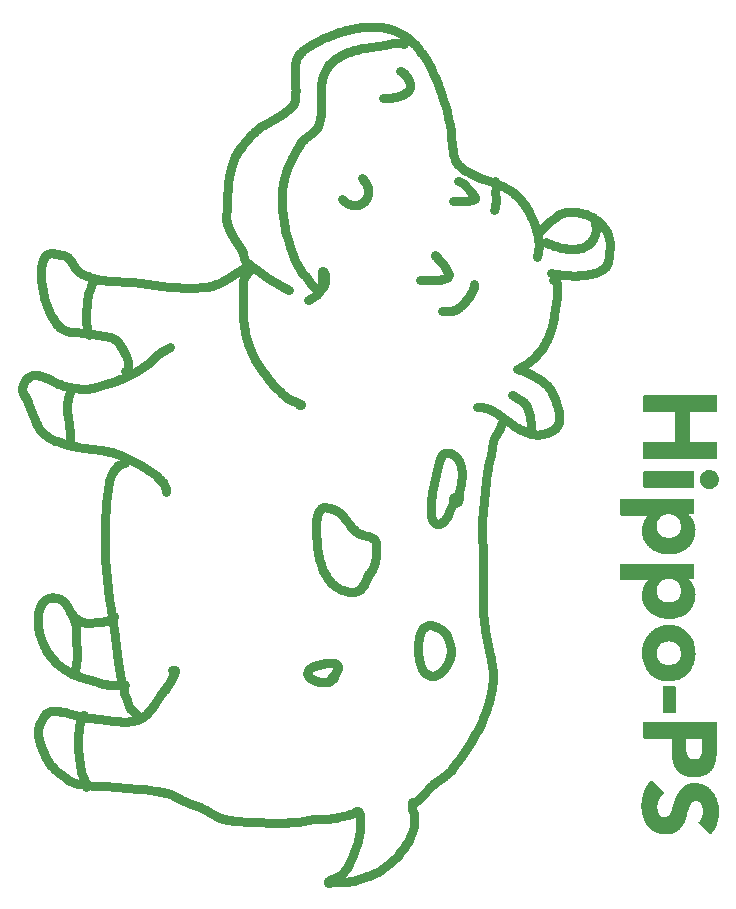
<source format=gbr>
G04 EAGLE Gerber RS-274X export*
G75*
%MOMM*%
%FSLAX34Y34*%
%LPD*%
%INTop Copper*%
%IPPOS*%
%AMOC8*
5,1,8,0,0,1.08239X$1,22.5*%
G01*
%ADD10C,0.800000*%

G36*
X1033290Y576657D02*
X1033290Y576657D01*
X1033366Y576665D01*
X1033387Y576676D01*
X1033410Y576681D01*
X1033473Y576724D01*
X1033539Y576761D01*
X1033557Y576782D01*
X1033574Y576794D01*
X1033598Y576831D01*
X1033646Y576889D01*
X1033924Y577364D01*
X1033940Y577411D01*
X1033965Y577452D01*
X1033975Y577514D01*
X1033988Y577553D01*
X1033986Y577580D01*
X1033993Y577616D01*
X1033993Y590429D01*
X1033974Y590518D01*
X1033959Y590608D01*
X1033955Y590615D01*
X1033953Y590624D01*
X1033901Y590699D01*
X1033852Y590776D01*
X1033845Y590781D01*
X1033840Y590787D01*
X1033809Y590808D01*
X1033718Y590875D01*
X1033217Y591127D01*
X1033185Y591136D01*
X1033156Y591153D01*
X1033068Y591168D01*
X1033025Y591179D01*
X1033010Y591177D01*
X1032992Y591180D01*
X1011222Y591180D01*
X1011079Y591231D01*
X1011079Y616368D01*
X1011144Y616480D01*
X1033468Y616480D01*
X1033566Y616499D01*
X1033662Y616519D01*
X1033663Y616519D01*
X1033746Y616576D01*
X1033826Y616631D01*
X1033827Y616632D01*
X1033880Y616715D01*
X1033933Y616798D01*
X1033933Y616799D01*
X1033934Y616799D01*
X1033934Y616804D01*
X1033967Y616961D01*
X1033992Y617689D01*
X1033991Y617697D01*
X1033993Y617707D01*
X1033993Y630519D01*
X1033991Y630527D01*
X1033992Y630536D01*
X1033971Y630624D01*
X1033953Y630714D01*
X1033948Y630721D01*
X1033946Y630729D01*
X1033892Y630802D01*
X1033840Y630878D01*
X1033833Y630883D01*
X1033828Y630889D01*
X1033750Y630936D01*
X1033673Y630985D01*
X1033665Y630986D01*
X1033657Y630991D01*
X1033493Y631018D01*
X972446Y631018D01*
X972353Y630999D01*
X972260Y630982D01*
X972256Y630980D01*
X972252Y630979D01*
X972228Y630963D01*
X972118Y630895D01*
X971716Y630544D01*
X971698Y630521D01*
X971674Y630503D01*
X971638Y630442D01*
X971595Y630386D01*
X971587Y630357D01*
X971572Y630332D01*
X971556Y630235D01*
X971545Y630194D01*
X971547Y630182D01*
X971545Y630168D01*
X971545Y617356D01*
X971547Y617343D01*
X971545Y617331D01*
X971567Y617246D01*
X971584Y617161D01*
X971591Y617150D01*
X971594Y617138D01*
X971691Y617002D01*
X972068Y616626D01*
X972078Y616619D01*
X972086Y616609D01*
X972161Y616564D01*
X972234Y616516D01*
X972246Y616514D01*
X972257Y616507D01*
X972421Y616480D01*
X997959Y616480D01*
X998102Y616429D01*
X998102Y591292D01*
X998037Y591180D01*
X972699Y591180D01*
X972667Y591174D01*
X972624Y591175D01*
X971969Y591076D01*
X971903Y591051D01*
X971834Y591035D01*
X971810Y591018D01*
X971783Y591008D01*
X971731Y590959D01*
X971674Y590917D01*
X971659Y590892D01*
X971637Y590872D01*
X971608Y590807D01*
X971572Y590746D01*
X971567Y590713D01*
X971556Y590690D01*
X971556Y590648D01*
X971545Y590582D01*
X971545Y577770D01*
X971552Y577731D01*
X971554Y577673D01*
X971678Y577044D01*
X971702Y576989D01*
X971715Y576931D01*
X971739Y576898D01*
X971755Y576860D01*
X971798Y576819D01*
X971833Y576771D01*
X971868Y576750D01*
X971897Y576721D01*
X971953Y576700D01*
X972004Y576669D01*
X972051Y576661D01*
X972082Y576649D01*
X972118Y576650D01*
X972168Y576641D01*
X1033215Y576641D01*
X1033290Y576657D01*
G37*
G36*
X995030Y496233D02*
X995030Y496233D01*
X995036Y496235D01*
X995045Y496234D01*
X995796Y496278D01*
X995808Y496281D01*
X995822Y496280D01*
X997318Y496444D01*
X997325Y496446D01*
X997334Y496446D01*
X998079Y496553D01*
X998089Y496556D01*
X998102Y496556D01*
X998842Y496697D01*
X998849Y496701D01*
X998860Y496701D01*
X1000327Y497038D01*
X1000341Y497045D01*
X1000361Y497047D01*
X1001801Y497487D01*
X1001809Y497491D01*
X1001819Y497493D01*
X1002530Y497741D01*
X1002539Y497746D01*
X1002550Y497748D01*
X1003250Y498027D01*
X1003256Y498031D01*
X1003265Y498033D01*
X1003955Y498334D01*
X1003960Y498338D01*
X1003968Y498341D01*
X1004649Y498662D01*
X1004655Y498667D01*
X1004663Y498669D01*
X1005333Y499014D01*
X1005342Y499021D01*
X1005355Y499026D01*
X1006006Y499403D01*
X1006012Y499408D01*
X1006020Y499411D01*
X1006659Y499809D01*
X1006664Y499814D01*
X1006672Y499818D01*
X1007298Y500236D01*
X1007303Y500242D01*
X1007312Y500246D01*
X1007923Y500685D01*
X1007931Y500694D01*
X1007944Y500701D01*
X1008531Y501172D01*
X1008537Y501179D01*
X1008546Y501184D01*
X1009115Y501677D01*
X1009120Y501684D01*
X1009128Y501689D01*
X1009679Y502202D01*
X1009683Y502208D01*
X1009691Y502213D01*
X1010225Y502744D01*
X1010231Y502754D01*
X1010242Y502762D01*
X1010748Y503320D01*
X1010753Y503328D01*
X1010762Y503335D01*
X1011244Y503913D01*
X1011248Y503920D01*
X1011255Y503926D01*
X1011717Y504521D01*
X1011721Y504528D01*
X1011727Y504534D01*
X1012168Y505144D01*
X1012173Y505155D01*
X1012182Y505165D01*
X1012593Y505796D01*
X1012596Y505804D01*
X1012603Y505812D01*
X1012989Y506459D01*
X1012991Y506466D01*
X1012997Y506474D01*
X1013360Y507133D01*
X1013362Y507140D01*
X1013368Y507148D01*
X1013708Y507819D01*
X1013711Y507829D01*
X1013718Y507840D01*
X1014027Y508527D01*
X1014029Y508535D01*
X1014035Y508544D01*
X1014317Y509242D01*
X1014319Y509249D01*
X1014323Y509257D01*
X1014583Y509963D01*
X1014584Y509970D01*
X1014589Y509979D01*
X1014825Y510693D01*
X1014827Y510705D01*
X1014833Y510719D01*
X1015030Y511446D01*
X1015030Y511456D01*
X1015035Y511467D01*
X1015365Y512936D01*
X1015365Y512952D01*
X1015372Y512972D01*
X1015591Y514462D01*
X1015590Y514470D01*
X1015593Y514480D01*
X1015675Y515229D01*
X1015674Y515239D01*
X1015676Y515251D01*
X1015724Y516002D01*
X1015723Y516011D01*
X1015725Y516021D01*
X1015764Y517526D01*
X1015762Y517539D01*
X1015764Y517554D01*
X1015741Y518307D01*
X1015738Y518317D01*
X1015739Y518331D01*
X1015679Y519081D01*
X1015676Y519091D01*
X1015677Y519104D01*
X1015581Y519851D01*
X1015577Y519863D01*
X1015577Y519878D01*
X1015441Y520618D01*
X1015437Y520629D01*
X1015436Y520642D01*
X1015265Y521375D01*
X1015257Y521391D01*
X1015254Y521413D01*
X1014797Y522847D01*
X1014789Y522860D01*
X1014785Y522879D01*
X1014508Y523579D01*
X1014504Y523586D01*
X1014501Y523595D01*
X1014200Y524284D01*
X1014196Y524291D01*
X1014193Y524301D01*
X1013866Y524979D01*
X1013861Y524987D01*
X1013857Y524997D01*
X1013504Y525662D01*
X1013497Y525670D01*
X1013492Y525683D01*
X1013106Y526330D01*
X1013099Y526338D01*
X1013093Y526350D01*
X1012677Y526977D01*
X1012670Y526984D01*
X1012664Y526995D01*
X1012220Y527603D01*
X1012212Y527611D01*
X1012206Y527623D01*
X1011733Y528208D01*
X1011724Y528215D01*
X1011716Y528227D01*
X1011214Y528788D01*
X1011205Y528794D01*
X1011198Y528805D01*
X1010669Y529341D01*
X1010661Y529346D01*
X1010654Y529356D01*
X1010103Y529869D01*
X1010091Y529876D01*
X1010080Y529889D01*
X1009898Y530039D01*
X1013877Y530039D01*
X1013908Y530045D01*
X1013940Y530043D01*
X1014005Y530065D01*
X1014072Y530078D01*
X1014098Y530096D01*
X1014128Y530106D01*
X1014199Y530166D01*
X1014236Y530191D01*
X1014243Y530202D01*
X1014256Y530213D01*
X1014604Y530618D01*
X1014649Y530699D01*
X1014696Y530779D01*
X1014697Y530787D01*
X1014700Y530792D01*
X1014704Y530826D01*
X1014724Y530943D01*
X1014724Y542516D01*
X1014722Y542524D01*
X1014724Y542533D01*
X1014703Y542621D01*
X1014684Y542711D01*
X1014680Y542718D01*
X1014678Y542726D01*
X1014624Y542799D01*
X1014572Y542875D01*
X1014565Y542880D01*
X1014560Y542886D01*
X1014481Y542933D01*
X1014404Y542982D01*
X1014396Y542983D01*
X1014389Y542988D01*
X1014225Y543015D01*
X952495Y543015D01*
X952393Y542995D01*
X952301Y542976D01*
X952300Y542976D01*
X952216Y542918D01*
X952137Y542864D01*
X952136Y542864D01*
X952136Y542863D01*
X952134Y542860D01*
X952042Y542727D01*
X951803Y542213D01*
X951797Y542188D01*
X951784Y542167D01*
X951766Y542057D01*
X951757Y542020D01*
X951758Y542012D01*
X951757Y542003D01*
X951757Y529958D01*
X951768Y529900D01*
X951770Y529841D01*
X951789Y529797D01*
X951796Y529763D01*
X951816Y529734D01*
X951836Y529688D01*
X952130Y529230D01*
X952176Y529182D01*
X952215Y529129D01*
X952244Y529112D01*
X952268Y529087D01*
X952329Y529061D01*
X952386Y529028D01*
X952424Y529021D01*
X952451Y529010D01*
X952491Y529010D01*
X952550Y529000D01*
X975388Y529000D01*
X975150Y528792D01*
X975143Y528782D01*
X975130Y528774D01*
X974592Y528248D01*
X974585Y528238D01*
X974572Y528228D01*
X974064Y527672D01*
X974057Y527660D01*
X974044Y527649D01*
X973572Y527063D01*
X973564Y527048D01*
X973548Y527032D01*
X973123Y526411D01*
X973117Y526399D01*
X973107Y526386D01*
X972718Y525742D01*
X972714Y525729D01*
X972703Y525715D01*
X972356Y525048D01*
X972352Y525035D01*
X972343Y525021D01*
X972035Y524335D01*
X972034Y524330D01*
X972033Y524328D01*
X972032Y524322D01*
X972025Y524311D01*
X971838Y523829D01*
X971838Y523828D01*
X971753Y523609D01*
X971751Y523598D01*
X971745Y523585D01*
X971509Y522871D01*
X971508Y522862D01*
X971503Y522852D01*
X971295Y522128D01*
X971295Y522120D01*
X971291Y522111D01*
X971109Y521381D01*
X971109Y521373D01*
X971106Y521364D01*
X970948Y520628D01*
X970948Y520621D01*
X970945Y520613D01*
X970811Y519873D01*
X970811Y519865D01*
X970808Y519855D01*
X970700Y519110D01*
X970700Y519102D01*
X970697Y519091D01*
X970618Y518343D01*
X970618Y518333D01*
X970616Y518322D01*
X970519Y516820D01*
X970521Y516810D01*
X970518Y516797D01*
X970505Y516044D01*
X970506Y516035D01*
X970505Y516024D01*
X970522Y515271D01*
X970523Y515266D01*
X970522Y515258D01*
X970559Y514507D01*
X970561Y514500D01*
X970560Y514491D01*
X970620Y513741D01*
X970623Y513729D01*
X970623Y513714D01*
X970723Y512968D01*
X970725Y512960D01*
X970725Y512949D01*
X970854Y512208D01*
X970857Y512200D01*
X970857Y512190D01*
X971013Y511453D01*
X971018Y511443D01*
X971019Y511430D01*
X971209Y510702D01*
X971215Y510692D01*
X971217Y510677D01*
X971445Y509960D01*
X971449Y509952D01*
X971452Y509940D01*
X971710Y509233D01*
X971715Y509225D01*
X971718Y509213D01*
X972007Y508518D01*
X972014Y508508D01*
X972018Y508493D01*
X972345Y507815D01*
X972351Y507806D01*
X972355Y507794D01*
X972714Y507132D01*
X972719Y507126D01*
X972723Y507116D01*
X973105Y506468D01*
X973110Y506462D01*
X973114Y506453D01*
X973519Y505818D01*
X973526Y505811D01*
X973531Y505801D01*
X973963Y505184D01*
X973970Y505177D01*
X973976Y505167D01*
X974434Y504569D01*
X974441Y504564D01*
X974446Y504555D01*
X974926Y503975D01*
X974933Y503970D01*
X974939Y503961D01*
X975441Y503400D01*
X975449Y503394D01*
X975456Y503384D01*
X975982Y502846D01*
X975991Y502840D01*
X975998Y502830D01*
X976549Y502317D01*
X976553Y502314D01*
X976556Y502310D01*
X976559Y502309D01*
X976562Y502305D01*
X977130Y501811D01*
X977136Y501808D01*
X977143Y501800D01*
X977727Y501326D01*
X977734Y501323D01*
X977740Y501316D01*
X978340Y500861D01*
X978349Y500857D01*
X978358Y500848D01*
X978977Y500420D01*
X978984Y500417D01*
X978991Y500411D01*
X979625Y500004D01*
X979634Y500001D01*
X979644Y499993D01*
X980947Y499239D01*
X980961Y499234D01*
X980977Y499223D01*
X982328Y498559D01*
X982337Y498556D01*
X982346Y498550D01*
X983034Y498246D01*
X983042Y498244D01*
X983051Y498239D01*
X983750Y497959D01*
X983757Y497957D01*
X983766Y497952D01*
X984474Y497697D01*
X984482Y497696D01*
X984490Y497691D01*
X985923Y497230D01*
X985938Y497228D01*
X985955Y497221D01*
X987415Y496855D01*
X987423Y496855D01*
X987432Y496851D01*
X988168Y496693D01*
X988175Y496693D01*
X988184Y496690D01*
X988925Y496557D01*
X988933Y496557D01*
X988942Y496554D01*
X989687Y496446D01*
X989694Y496447D01*
X989703Y496444D01*
X991200Y496279D01*
X991212Y496280D01*
X991226Y496277D01*
X991977Y496234D01*
X991984Y496235D01*
X991992Y496233D01*
X993497Y496190D01*
X993509Y496193D01*
X993525Y496190D01*
X995030Y496233D01*
G37*
G36*
X995030Y441554D02*
X995030Y441554D01*
X995036Y441556D01*
X995045Y441555D01*
X995796Y441599D01*
X995808Y441602D01*
X995822Y441601D01*
X997318Y441765D01*
X997325Y441767D01*
X997334Y441767D01*
X998079Y441874D01*
X998089Y441877D01*
X998102Y441877D01*
X998842Y442019D01*
X998850Y442022D01*
X998860Y442022D01*
X1000327Y442359D01*
X1000342Y442366D01*
X1000361Y442368D01*
X1001801Y442808D01*
X1001809Y442812D01*
X1001819Y442814D01*
X1002530Y443062D01*
X1002539Y443067D01*
X1002550Y443069D01*
X1003250Y443348D01*
X1003256Y443352D01*
X1003265Y443354D01*
X1003955Y443656D01*
X1003960Y443660D01*
X1003968Y443662D01*
X1004649Y443983D01*
X1004655Y443988D01*
X1004663Y443991D01*
X1005333Y444335D01*
X1005342Y444342D01*
X1005355Y444347D01*
X1006007Y444724D01*
X1006012Y444729D01*
X1006020Y444733D01*
X1006659Y445130D01*
X1006664Y445136D01*
X1006672Y445139D01*
X1007298Y445558D01*
X1007303Y445563D01*
X1007312Y445567D01*
X1007923Y446006D01*
X1007931Y446015D01*
X1007944Y446022D01*
X1008531Y446493D01*
X1008537Y446500D01*
X1008546Y446506D01*
X1009115Y446999D01*
X1009120Y447005D01*
X1009128Y447010D01*
X1009679Y447523D01*
X1009683Y447529D01*
X1009691Y447534D01*
X1010224Y448065D01*
X1010231Y448075D01*
X1010242Y448083D01*
X1010748Y448641D01*
X1010753Y448649D01*
X1010761Y448656D01*
X1011244Y449234D01*
X1011248Y449241D01*
X1011256Y449248D01*
X1011717Y449842D01*
X1011721Y449849D01*
X1011727Y449856D01*
X1012168Y450466D01*
X1012173Y450476D01*
X1012182Y450486D01*
X1012593Y451117D01*
X1012596Y451125D01*
X1012603Y451134D01*
X1012989Y451780D01*
X1012991Y451788D01*
X1012997Y451795D01*
X1013360Y452454D01*
X1013362Y452462D01*
X1013368Y452469D01*
X1013709Y453140D01*
X1013711Y453150D01*
X1013719Y453161D01*
X1014028Y453848D01*
X1014029Y453856D01*
X1014035Y453865D01*
X1014318Y454562D01*
X1014319Y454570D01*
X1014324Y454577D01*
X1014584Y455283D01*
X1014585Y455291D01*
X1014590Y455300D01*
X1014825Y456015D01*
X1014827Y456027D01*
X1014833Y456041D01*
X1015030Y456767D01*
X1015030Y456777D01*
X1015035Y456788D01*
X1015365Y458257D01*
X1015365Y458274D01*
X1015372Y458294D01*
X1015591Y459783D01*
X1015590Y459792D01*
X1015593Y459802D01*
X1015675Y460550D01*
X1015674Y460560D01*
X1015676Y460572D01*
X1015724Y461324D01*
X1015723Y461332D01*
X1015725Y461342D01*
X1015764Y462847D01*
X1015762Y462860D01*
X1015764Y462876D01*
X1015741Y463628D01*
X1015738Y463639D01*
X1015739Y463652D01*
X1015679Y464402D01*
X1015676Y464413D01*
X1015677Y464426D01*
X1015581Y465172D01*
X1015577Y465184D01*
X1015577Y465199D01*
X1015441Y465940D01*
X1015437Y465950D01*
X1015436Y465963D01*
X1015265Y466696D01*
X1015257Y466712D01*
X1015254Y466734D01*
X1014797Y468168D01*
X1014789Y468181D01*
X1014785Y468200D01*
X1014508Y468900D01*
X1014504Y468907D01*
X1014501Y468916D01*
X1014200Y469606D01*
X1014196Y469612D01*
X1014193Y469622D01*
X1013866Y470300D01*
X1013861Y470308D01*
X1013857Y470318D01*
X1013504Y470983D01*
X1013497Y470992D01*
X1013492Y471004D01*
X1013106Y471651D01*
X1013099Y471659D01*
X1013093Y471671D01*
X1012677Y472298D01*
X1012670Y472305D01*
X1012664Y472317D01*
X1012220Y472924D01*
X1012212Y472932D01*
X1012206Y472944D01*
X1011733Y473529D01*
X1011724Y473536D01*
X1011716Y473548D01*
X1011214Y474109D01*
X1011205Y474115D01*
X1011198Y474126D01*
X1010669Y474662D01*
X1010661Y474667D01*
X1010654Y474677D01*
X1010103Y475190D01*
X1010091Y475197D01*
X1010080Y475210D01*
X1009898Y475360D01*
X1013877Y475360D01*
X1013908Y475366D01*
X1013940Y475364D01*
X1014005Y475386D01*
X1014072Y475400D01*
X1014098Y475418D01*
X1014128Y475428D01*
X1014200Y475487D01*
X1014236Y475512D01*
X1014243Y475523D01*
X1014256Y475534D01*
X1014604Y475940D01*
X1014649Y476021D01*
X1014696Y476100D01*
X1014697Y476108D01*
X1014700Y476113D01*
X1014704Y476148D01*
X1014724Y476264D01*
X1014724Y487837D01*
X1014722Y487846D01*
X1014724Y487854D01*
X1014703Y487942D01*
X1014684Y488032D01*
X1014680Y488039D01*
X1014678Y488047D01*
X1014624Y488121D01*
X1014572Y488196D01*
X1014565Y488201D01*
X1014560Y488207D01*
X1014481Y488254D01*
X1014404Y488303D01*
X1014396Y488305D01*
X1014389Y488309D01*
X1014225Y488337D01*
X952495Y488337D01*
X952393Y488316D01*
X952301Y488297D01*
X952300Y488297D01*
X952216Y488239D01*
X952137Y488185D01*
X952136Y488185D01*
X952136Y488184D01*
X952134Y488181D01*
X952042Y488048D01*
X951803Y487534D01*
X951797Y487510D01*
X951784Y487488D01*
X951766Y487378D01*
X951757Y487341D01*
X951758Y487333D01*
X951757Y487324D01*
X951757Y475279D01*
X951768Y475221D01*
X951770Y475162D01*
X951789Y475118D01*
X951796Y475084D01*
X951816Y475055D01*
X951836Y475009D01*
X952130Y474551D01*
X952176Y474503D01*
X952215Y474450D01*
X952244Y474433D01*
X952268Y474408D01*
X952329Y474382D01*
X952386Y474349D01*
X952424Y474342D01*
X952451Y474331D01*
X952491Y474331D01*
X952550Y474321D01*
X975388Y474321D01*
X975150Y474113D01*
X975143Y474104D01*
X975130Y474095D01*
X974592Y473569D01*
X974585Y473559D01*
X974572Y473549D01*
X974064Y472993D01*
X974057Y472982D01*
X974044Y472970D01*
X973572Y472385D01*
X973563Y472369D01*
X973548Y472353D01*
X973123Y471732D01*
X973118Y471720D01*
X973107Y471708D01*
X972719Y471063D01*
X972714Y471050D01*
X972703Y471036D01*
X972356Y470369D01*
X972352Y470356D01*
X972343Y470342D01*
X972035Y469656D01*
X972034Y469651D01*
X972033Y469649D01*
X972032Y469643D01*
X972025Y469632D01*
X971838Y469150D01*
X971753Y468930D01*
X971751Y468919D01*
X971745Y468907D01*
X971509Y468192D01*
X971508Y468183D01*
X971503Y468173D01*
X971295Y467449D01*
X971295Y467441D01*
X971291Y467432D01*
X971109Y466702D01*
X971109Y466694D01*
X971106Y466685D01*
X970948Y465949D01*
X970948Y465943D01*
X970945Y465935D01*
X970811Y465194D01*
X970811Y465186D01*
X970808Y465176D01*
X970700Y464431D01*
X970700Y464423D01*
X970697Y464412D01*
X970618Y463664D01*
X970618Y463654D01*
X970616Y463643D01*
X970519Y462141D01*
X970521Y462131D01*
X970518Y462118D01*
X970505Y461365D01*
X970506Y461356D01*
X970505Y461345D01*
X970522Y460593D01*
X970523Y460587D01*
X970522Y460579D01*
X970559Y459828D01*
X970561Y459821D01*
X970560Y459812D01*
X970620Y459062D01*
X970623Y459050D01*
X970623Y459035D01*
X970723Y458289D01*
X970725Y458281D01*
X970725Y458271D01*
X970854Y457529D01*
X970857Y457521D01*
X970857Y457511D01*
X971013Y456774D01*
X971018Y456765D01*
X971019Y456752D01*
X971209Y456023D01*
X971215Y456013D01*
X971217Y455998D01*
X971445Y455281D01*
X971449Y455273D01*
X971452Y455261D01*
X971710Y454555D01*
X971715Y454546D01*
X971718Y454534D01*
X972007Y453839D01*
X972014Y453829D01*
X972018Y453815D01*
X972345Y453136D01*
X972351Y453128D01*
X972355Y453115D01*
X972714Y452453D01*
X972719Y452447D01*
X972723Y452437D01*
X973105Y451789D01*
X973110Y451783D01*
X973114Y451774D01*
X973519Y451140D01*
X973526Y451133D01*
X973531Y451122D01*
X973963Y450505D01*
X973970Y450498D01*
X973976Y450488D01*
X974434Y449891D01*
X974441Y449885D01*
X974446Y449876D01*
X974926Y449297D01*
X974933Y449291D01*
X974939Y449282D01*
X975441Y448721D01*
X975449Y448716D01*
X975456Y448706D01*
X975982Y448167D01*
X975991Y448162D01*
X975998Y448151D01*
X976549Y447638D01*
X976553Y447635D01*
X976556Y447632D01*
X976559Y447630D01*
X976562Y447626D01*
X977130Y447132D01*
X977136Y447129D01*
X977143Y447122D01*
X977727Y446647D01*
X977734Y446644D01*
X977740Y446637D01*
X978340Y446182D01*
X978349Y446178D01*
X978358Y446169D01*
X978977Y445741D01*
X978984Y445738D01*
X978991Y445732D01*
X979625Y445326D01*
X979634Y445322D01*
X979644Y445314D01*
X980947Y444560D01*
X980961Y444555D01*
X980977Y444544D01*
X982328Y443880D01*
X982337Y443877D01*
X982346Y443871D01*
X983034Y443567D01*
X983042Y443565D01*
X983051Y443560D01*
X983750Y443280D01*
X983757Y443278D01*
X983766Y443274D01*
X984474Y443018D01*
X984482Y443017D01*
X984490Y443013D01*
X985923Y442551D01*
X985938Y442550D01*
X985955Y442542D01*
X987415Y442176D01*
X987423Y442176D01*
X987432Y442172D01*
X988168Y442014D01*
X988175Y442014D01*
X988184Y442011D01*
X988925Y441878D01*
X988934Y441878D01*
X988943Y441875D01*
X989688Y441770D01*
X989695Y441770D01*
X989703Y441768D01*
X991199Y441600D01*
X991211Y441602D01*
X991226Y441598D01*
X991978Y441555D01*
X991984Y441556D01*
X991992Y441555D01*
X993497Y441512D01*
X993509Y441514D01*
X993525Y441512D01*
X995030Y441554D01*
G37*
G36*
X1015046Y307426D02*
X1015046Y307426D01*
X1015059Y307424D01*
X1016562Y307475D01*
X1016570Y307477D01*
X1016579Y307476D01*
X1017330Y307527D01*
X1017338Y307529D01*
X1017349Y307529D01*
X1018097Y307609D01*
X1018101Y307610D01*
X1018106Y307610D01*
X1018852Y307705D01*
X1018863Y307708D01*
X1018877Y307708D01*
X1019617Y307840D01*
X1019627Y307844D01*
X1019640Y307845D01*
X1021107Y308177D01*
X1021122Y308184D01*
X1021142Y308186D01*
X1021862Y308406D01*
X1021870Y308411D01*
X1021883Y308413D01*
X1022591Y308664D01*
X1022599Y308669D01*
X1022610Y308672D01*
X1023308Y308952D01*
X1023318Y308959D01*
X1023320Y308960D01*
X1023328Y308961D01*
X1023330Y308963D01*
X1023334Y308964D01*
X1024014Y309283D01*
X1024025Y309291D01*
X1024040Y309296D01*
X1024701Y309655D01*
X1024708Y309661D01*
X1024719Y309665D01*
X1025364Y310050D01*
X1025371Y310057D01*
X1025382Y310061D01*
X1026011Y310473D01*
X1026019Y310481D01*
X1026031Y310487D01*
X1026639Y310928D01*
X1026648Y310937D01*
X1026660Y310944D01*
X1027245Y311418D01*
X1027252Y311426D01*
X1027264Y311434D01*
X1027824Y311935D01*
X1027830Y311944D01*
X1027842Y311952D01*
X1028377Y312480D01*
X1028383Y312489D01*
X1028393Y312498D01*
X1028902Y313051D01*
X1028908Y313062D01*
X1028920Y313072D01*
X1029397Y313654D01*
X1029403Y313665D01*
X1029414Y313675D01*
X1029859Y314281D01*
X1029863Y314291D01*
X1029872Y314300D01*
X1030288Y314926D01*
X1030292Y314935D01*
X1030299Y314944D01*
X1030689Y315587D01*
X1030691Y315595D01*
X1030697Y315602D01*
X1031065Y316258D01*
X1031068Y316268D01*
X1031076Y316279D01*
X1031412Y316952D01*
X1031414Y316961D01*
X1031421Y316971D01*
X1031728Y317657D01*
X1031730Y317665D01*
X1031735Y317673D01*
X1032018Y318370D01*
X1032019Y318377D01*
X1032023Y318385D01*
X1032284Y319090D01*
X1032286Y319099D01*
X1032291Y319110D01*
X1032522Y319825D01*
X1032523Y319836D01*
X1032529Y319848D01*
X1032924Y321299D01*
X1032924Y321308D01*
X1032929Y321318D01*
X1033097Y322051D01*
X1033097Y322063D01*
X1033102Y322076D01*
X1033493Y324298D01*
X1033493Y324310D01*
X1033497Y324324D01*
X1033771Y326564D01*
X1033770Y326575D01*
X1033773Y326589D01*
X1033932Y328840D01*
X1033930Y328855D01*
X1033934Y328874D01*
X1033991Y353692D01*
X1033993Y354091D01*
X1033991Y354100D01*
X1033992Y354109D01*
X1033971Y354197D01*
X1033953Y354286D01*
X1033948Y354294D01*
X1033946Y354302D01*
X1033893Y354375D01*
X1033841Y354450D01*
X1033834Y354455D01*
X1033828Y354462D01*
X1033750Y354509D01*
X1033674Y354558D01*
X1033665Y354559D01*
X1033657Y354564D01*
X1033493Y354592D01*
X972575Y354592D01*
X972560Y354589D01*
X972545Y354591D01*
X972383Y354553D01*
X972380Y354552D01*
X971852Y354332D01*
X971844Y354326D01*
X971834Y354324D01*
X971762Y354271D01*
X971687Y354220D01*
X971682Y354212D01*
X971674Y354206D01*
X971628Y354129D01*
X971579Y354053D01*
X971577Y354044D01*
X971572Y354035D01*
X971545Y353871D01*
X971545Y341086D01*
X971547Y341072D01*
X971545Y341059D01*
X971582Y340896D01*
X971800Y340363D01*
X971807Y340353D01*
X971809Y340342D01*
X971862Y340271D01*
X971911Y340197D01*
X971920Y340191D01*
X971927Y340182D01*
X972003Y340137D01*
X972077Y340088D01*
X972088Y340086D01*
X972098Y340080D01*
X972262Y340053D01*
X995404Y340053D01*
X995500Y339976D01*
X995564Y328184D01*
X995567Y328169D01*
X995565Y328150D01*
X995733Y325900D01*
X995736Y325887D01*
X995736Y325872D01*
X996028Y323635D01*
X996033Y323623D01*
X996033Y323607D01*
X996453Y321390D01*
X996458Y321379D01*
X996459Y321366D01*
X996636Y320635D01*
X996639Y320628D01*
X996640Y320618D01*
X996843Y319894D01*
X996846Y319887D01*
X996847Y319879D01*
X997072Y319161D01*
X997076Y319155D01*
X997077Y319146D01*
X997325Y318436D01*
X997330Y318429D01*
X997332Y318419D01*
X997606Y317718D01*
X997612Y317709D01*
X997616Y317696D01*
X997924Y317010D01*
X997928Y317004D01*
X997931Y316995D01*
X998262Y316320D01*
X998267Y316314D01*
X998270Y316304D01*
X998625Y315641D01*
X998632Y315633D01*
X998637Y315620D01*
X999024Y314975D01*
X999032Y314967D01*
X999037Y314954D01*
X999455Y314329D01*
X999462Y314322D01*
X999468Y314311D01*
X999913Y313705D01*
X999921Y313698D01*
X999928Y313686D01*
X1000402Y313103D01*
X1000412Y313095D01*
X1000420Y313083D01*
X1000924Y312526D01*
X1000934Y312519D01*
X1000942Y312507D01*
X1001476Y311977D01*
X1001488Y311969D01*
X1001499Y311955D01*
X1002064Y311459D01*
X1002074Y311454D01*
X1002084Y311443D01*
X1002673Y310977D01*
X1002682Y310972D01*
X1002691Y310963D01*
X1003301Y310524D01*
X1003310Y310520D01*
X1003319Y310512D01*
X1003948Y310099D01*
X1003958Y310095D01*
X1003969Y310086D01*
X1004617Y309705D01*
X1004629Y309701D01*
X1004641Y309692D01*
X1005310Y309347D01*
X1005319Y309345D01*
X1005328Y309338D01*
X1006010Y309022D01*
X1006019Y309020D01*
X1006029Y309013D01*
X1006723Y308725D01*
X1006734Y308723D01*
X1006747Y308716D01*
X1007455Y308463D01*
X1007467Y308461D01*
X1007482Y308454D01*
X1008203Y308242D01*
X1008210Y308241D01*
X1008219Y308238D01*
X1008946Y308049D01*
X1008954Y308049D01*
X1008963Y308045D01*
X1009697Y307882D01*
X1009709Y307881D01*
X1009722Y307877D01*
X1010464Y307751D01*
X1010469Y307751D01*
X1010475Y307749D01*
X1011219Y307640D01*
X1011226Y307641D01*
X1011234Y307638D01*
X1011981Y307552D01*
X1011991Y307553D01*
X1012004Y307550D01*
X1013504Y307447D01*
X1013517Y307448D01*
X1013532Y307445D01*
X1015035Y307424D01*
X1015046Y307426D01*
G37*
G36*
X990993Y259173D02*
X990993Y259173D01*
X991002Y259172D01*
X991754Y259191D01*
X991763Y259193D01*
X991774Y259192D01*
X993276Y259292D01*
X993295Y259297D01*
X993319Y259297D01*
X994806Y259524D01*
X994817Y259528D01*
X994830Y259529D01*
X995568Y259679D01*
X995582Y259685D01*
X995600Y259687D01*
X996326Y259886D01*
X996335Y259890D01*
X996347Y259892D01*
X997063Y260122D01*
X997072Y260127D01*
X997086Y260130D01*
X997790Y260395D01*
X997805Y260404D01*
X997825Y260410D01*
X998508Y260727D01*
X998521Y260737D01*
X998540Y260744D01*
X999197Y261110D01*
X999207Y261118D01*
X999221Y261124D01*
X999857Y261526D01*
X999865Y261533D01*
X999876Y261539D01*
X1000493Y261971D01*
X1000499Y261978D01*
X1000510Y261984D01*
X1001107Y262442D01*
X1001116Y262452D01*
X1001130Y262461D01*
X1001699Y262954D01*
X1001704Y262961D01*
X1001714Y262968D01*
X1002262Y263483D01*
X1002268Y263491D01*
X1002278Y263498D01*
X1002588Y263817D01*
X1002803Y264037D01*
X1002808Y264046D01*
X1002819Y264054D01*
X1003318Y264617D01*
X1003324Y264626D01*
X1003334Y264635D01*
X1003806Y265221D01*
X1003811Y265230D01*
X1003820Y265239D01*
X1004264Y265847D01*
X1004269Y265858D01*
X1004280Y265869D01*
X1004691Y266500D01*
X1004695Y266510D01*
X1004703Y266520D01*
X1005084Y267169D01*
X1005086Y267175D01*
X1005091Y267181D01*
X1005815Y268501D01*
X1005819Y268514D01*
X1005828Y268527D01*
X1006472Y269888D01*
X1006475Y269901D01*
X1006484Y269914D01*
X1007049Y271309D01*
X1007051Y271315D01*
X1007055Y271322D01*
X1007317Y272027D01*
X1007319Y272040D01*
X1007326Y272054D01*
X1009771Y279962D01*
X1009999Y280667D01*
X1010251Y281364D01*
X1010507Y282054D01*
X1011101Y283405D01*
X1011433Y284052D01*
X1011794Y284686D01*
X1012182Y285297D01*
X1012598Y285865D01*
X1013065Y286360D01*
X1013594Y286764D01*
X1014191Y287069D01*
X1014834Y287287D01*
X1015507Y287414D01*
X1016198Y287455D01*
X1016888Y287417D01*
X1017558Y287292D01*
X1018193Y287070D01*
X1018781Y286748D01*
X1019321Y286330D01*
X1019814Y285844D01*
X1020246Y285301D01*
X1020619Y284707D01*
X1020940Y284071D01*
X1021219Y283409D01*
X1021456Y282728D01*
X1021651Y282032D01*
X1021806Y281323D01*
X1021926Y280606D01*
X1022007Y279886D01*
X1022047Y279163D01*
X1022047Y278439D01*
X1022003Y277716D01*
X1021924Y276993D01*
X1021804Y276277D01*
X1021647Y275564D01*
X1021463Y274855D01*
X1021249Y274155D01*
X1021006Y273467D01*
X1020732Y272799D01*
X1020414Y272156D01*
X1020052Y271539D01*
X1019646Y270952D01*
X1019196Y270402D01*
X1018701Y269893D01*
X1018149Y269414D01*
X1018126Y269384D01*
X1018097Y269361D01*
X1018066Y269306D01*
X1018028Y269256D01*
X1018018Y269220D01*
X1018000Y269187D01*
X1017993Y269125D01*
X1017978Y269064D01*
X1017983Y269027D01*
X1017979Y268990D01*
X1017997Y268930D01*
X1018006Y268867D01*
X1018026Y268835D01*
X1018037Y268799D01*
X1018086Y268736D01*
X1018110Y268697D01*
X1018125Y268687D01*
X1018139Y268668D01*
X1028136Y259523D01*
X1028156Y259512D01*
X1028170Y259495D01*
X1028240Y259461D01*
X1028307Y259421D01*
X1028329Y259418D01*
X1028349Y259408D01*
X1028427Y259404D01*
X1028504Y259393D01*
X1028525Y259399D01*
X1028548Y259398D01*
X1028665Y259436D01*
X1028696Y259445D01*
X1028700Y259448D01*
X1028706Y259450D01*
X1029211Y259716D01*
X1029221Y259724D01*
X1029233Y259729D01*
X1029332Y259813D01*
X1029347Y259823D01*
X1029351Y259828D01*
X1029360Y259836D01*
X1029845Y260412D01*
X1029851Y260424D01*
X1029863Y260435D01*
X1030764Y261640D01*
X1030768Y261651D01*
X1030778Y261661D01*
X1031198Y262286D01*
X1031201Y262294D01*
X1031208Y262302D01*
X1031998Y263584D01*
X1032003Y263598D01*
X1032015Y263614D01*
X1032715Y264946D01*
X1032718Y264958D01*
X1032727Y264971D01*
X1033040Y265655D01*
X1033041Y265662D01*
X1033046Y265670D01*
X1033337Y266364D01*
X1033338Y266369D01*
X1033341Y266374D01*
X1033617Y267074D01*
X1033619Y267084D01*
X1033625Y267096D01*
X1033868Y267808D01*
X1033869Y267812D01*
X1033871Y267816D01*
X1034102Y268532D01*
X1034103Y268540D01*
X1034108Y268549D01*
X1034313Y269274D01*
X1034313Y269280D01*
X1034316Y269287D01*
X1034686Y270746D01*
X1034686Y270756D01*
X1034691Y270767D01*
X1034844Y271504D01*
X1034844Y271506D01*
X1034845Y271509D01*
X1034991Y272248D01*
X1034991Y272257D01*
X1034994Y272267D01*
X1035228Y273753D01*
X1035228Y273761D01*
X1035230Y273769D01*
X1035324Y274516D01*
X1035323Y274523D01*
X1035325Y274532D01*
X1035465Y276031D01*
X1035464Y276041D01*
X1035467Y276054D01*
X1035536Y277558D01*
X1035535Y277564D01*
X1035536Y277572D01*
X1035549Y278325D01*
X1035548Y278332D01*
X1035549Y278340D01*
X1035527Y279845D01*
X1035526Y279854D01*
X1035527Y279865D01*
X1035486Y280617D01*
X1035485Y280624D01*
X1035485Y280633D01*
X1035354Y282133D01*
X1035352Y282141D01*
X1035352Y282152D01*
X1035258Y282899D01*
X1035256Y282906D01*
X1035256Y282916D01*
X1035014Y284402D01*
X1035012Y284410D01*
X1035011Y284419D01*
X1034865Y285158D01*
X1034861Y285166D01*
X1034860Y285178D01*
X1034505Y286641D01*
X1034502Y286647D01*
X1034501Y286656D01*
X1034301Y287382D01*
X1034297Y287391D01*
X1034295Y287403D01*
X1033830Y288835D01*
X1033826Y288841D01*
X1033824Y288851D01*
X1033568Y289558D01*
X1033562Y289568D01*
X1033558Y289582D01*
X1033266Y290275D01*
X1033261Y290282D01*
X1033259Y290293D01*
X1032622Y291657D01*
X1032615Y291666D01*
X1032611Y291680D01*
X1032258Y292345D01*
X1032251Y292354D01*
X1032245Y292367D01*
X1031473Y293658D01*
X1031466Y293666D01*
X1031461Y293677D01*
X1031046Y294305D01*
X1031038Y294314D01*
X1031031Y294327D01*
X1030583Y294932D01*
X1030578Y294936D01*
X1030574Y294943D01*
X1030110Y295535D01*
X1030104Y295540D01*
X1030100Y295548D01*
X1029616Y296125D01*
X1029608Y296131D01*
X1029602Y296141D01*
X1029094Y296696D01*
X1029085Y296703D01*
X1029077Y296713D01*
X1028543Y297244D01*
X1028536Y297248D01*
X1028530Y297257D01*
X1027976Y297766D01*
X1027969Y297771D01*
X1027963Y297778D01*
X1027391Y298268D01*
X1027383Y298272D01*
X1027376Y298281D01*
X1026785Y298747D01*
X1026775Y298752D01*
X1026766Y298761D01*
X1026153Y299199D01*
X1026146Y299202D01*
X1026139Y299208D01*
X1025512Y299624D01*
X1025505Y299627D01*
X1025498Y299633D01*
X1024858Y300028D01*
X1024848Y300032D01*
X1024838Y300040D01*
X1024180Y300405D01*
X1024170Y300408D01*
X1024160Y300416D01*
X1023486Y300751D01*
X1023478Y300753D01*
X1023470Y300759D01*
X1022784Y301069D01*
X1022775Y301071D01*
X1022765Y301077D01*
X1022068Y301359D01*
X1022054Y301362D01*
X1022038Y301370D01*
X1021324Y301608D01*
X1021316Y301610D01*
X1021306Y301614D01*
X1020584Y301825D01*
X1020576Y301826D01*
X1020567Y301830D01*
X1019837Y302014D01*
X1019825Y302015D01*
X1019810Y302020D01*
X1019071Y302164D01*
X1019064Y302164D01*
X1019056Y302167D01*
X1018313Y302288D01*
X1018307Y302288D01*
X1018300Y302290D01*
X1017554Y302391D01*
X1017541Y302390D01*
X1017525Y302394D01*
X1016775Y302451D01*
X1016766Y302450D01*
X1016756Y302452D01*
X1015252Y302512D01*
X1015238Y302509D01*
X1015219Y302512D01*
X1013715Y302472D01*
X1013703Y302469D01*
X1013687Y302470D01*
X1012937Y302408D01*
X1012929Y302406D01*
X1012919Y302407D01*
X1012172Y302318D01*
X1012165Y302315D01*
X1012156Y302315D01*
X1011412Y302203D01*
X1011398Y302198D01*
X1011380Y302197D01*
X1010645Y302035D01*
X1010635Y302031D01*
X1010622Y302030D01*
X1009895Y301834D01*
X1009886Y301829D01*
X1009873Y301827D01*
X1009156Y301598D01*
X1009144Y301591D01*
X1009128Y301587D01*
X1008426Y301314D01*
X1008412Y301305D01*
X1008391Y301299D01*
X1007713Y300974D01*
X1007701Y300965D01*
X1007684Y300958D01*
X1007029Y300589D01*
X1007018Y300580D01*
X1007002Y300573D01*
X1006371Y300164D01*
X1006363Y300155D01*
X1006350Y300149D01*
X1005740Y299707D01*
X1005733Y299698D01*
X1005720Y299691D01*
X1005134Y299219D01*
X1005127Y299210D01*
X1005116Y299204D01*
X1004554Y298704D01*
X1004548Y298697D01*
X1004540Y298691D01*
X1003996Y298171D01*
X1003990Y298162D01*
X1003980Y298155D01*
X1003461Y297611D01*
X1003455Y297602D01*
X1003445Y297593D01*
X1002951Y297025D01*
X1002947Y297017D01*
X1002938Y297010D01*
X1002468Y296422D01*
X1002462Y296411D01*
X1002451Y296400D01*
X1002015Y295787D01*
X1002011Y295778D01*
X1002003Y295770D01*
X1001592Y295139D01*
X1001589Y295132D01*
X1001582Y295124D01*
X1001195Y294479D01*
X1001192Y294472D01*
X1001186Y294464D01*
X1000820Y293807D01*
X1000818Y293799D01*
X1000813Y293792D01*
X1000125Y292453D01*
X1000122Y292441D01*
X1000113Y292428D01*
X999501Y291052D01*
X999500Y291046D01*
X999495Y291039D01*
X999210Y290343D01*
X999208Y290328D01*
X999199Y290312D01*
X995854Y280331D01*
X995850Y280320D01*
X995655Y279821D01*
X995655Y279820D01*
X995590Y279652D01*
X994993Y278298D01*
X994661Y277650D01*
X994302Y277011D01*
X993918Y276391D01*
X993507Y275798D01*
X993064Y275250D01*
X992576Y274773D01*
X992025Y274386D01*
X991418Y274083D01*
X990770Y273870D01*
X990095Y273743D01*
X989406Y273700D01*
X988719Y273744D01*
X988050Y273876D01*
X987417Y274103D01*
X986828Y274434D01*
X986280Y274850D01*
X985785Y275333D01*
X985346Y275875D01*
X984964Y276464D01*
X984633Y277094D01*
X984348Y277752D01*
X984108Y278428D01*
X983915Y279125D01*
X983756Y279835D01*
X983633Y280551D01*
X983547Y281273D01*
X983496Y281999D01*
X983482Y282726D01*
X983505Y283451D01*
X983570Y284174D01*
X983670Y284895D01*
X983808Y285608D01*
X983983Y286315D01*
X984191Y287012D01*
X984433Y287700D01*
X984708Y288375D01*
X985014Y289039D01*
X985346Y289685D01*
X985716Y290308D01*
X986118Y290912D01*
X986554Y291493D01*
X987018Y292052D01*
X987511Y292584D01*
X988033Y293091D01*
X988588Y293579D01*
X988596Y293588D01*
X988607Y293596D01*
X989091Y294068D01*
X989104Y294087D01*
X989123Y294102D01*
X989160Y294169D01*
X989203Y294232D01*
X989208Y294255D01*
X989219Y294276D01*
X989227Y294352D01*
X989242Y294427D01*
X989237Y294450D01*
X989239Y294473D01*
X989217Y294547D01*
X989201Y294622D01*
X989188Y294641D01*
X989181Y294664D01*
X989108Y294757D01*
X989088Y294785D01*
X989083Y294789D01*
X989079Y294794D01*
X979056Y303912D01*
X979040Y303921D01*
X979025Y303938D01*
X978473Y304364D01*
X978390Y304405D01*
X978309Y304448D01*
X978301Y304448D01*
X978294Y304452D01*
X978202Y304457D01*
X978111Y304465D01*
X978103Y304462D01*
X978096Y304463D01*
X978009Y304432D01*
X977922Y304403D01*
X977915Y304398D01*
X977909Y304396D01*
X977882Y304371D01*
X977793Y304298D01*
X976799Y303167D01*
X976794Y303158D01*
X976784Y303149D01*
X975846Y301971D01*
X975841Y301961D01*
X975831Y301951D01*
X974952Y300730D01*
X974947Y300718D01*
X974937Y300707D01*
X974127Y299437D01*
X974124Y299429D01*
X974117Y299420D01*
X973738Y298769D01*
X973736Y298761D01*
X973729Y298753D01*
X973022Y297424D01*
X973019Y297412D01*
X973010Y297399D01*
X972379Y296032D01*
X972376Y296020D01*
X972368Y296006D01*
X972092Y295306D01*
X972091Y295303D01*
X972090Y295301D01*
X972089Y295297D01*
X971898Y294798D01*
X971821Y294598D01*
X971819Y294586D01*
X971812Y294573D01*
X971350Y293140D01*
X971349Y293130D01*
X971344Y293118D01*
X970949Y291665D01*
X970949Y291657D01*
X970945Y291647D01*
X970775Y290913D01*
X970775Y290906D01*
X970772Y290897D01*
X970483Y289419D01*
X970483Y289409D01*
X970479Y289397D01*
X970258Y287908D01*
X970258Y287898D01*
X970255Y287886D01*
X970101Y286388D01*
X970102Y286378D01*
X970099Y286366D01*
X970012Y284863D01*
X970013Y284855D01*
X970011Y284844D01*
X969982Y283339D01*
X969984Y283328D01*
X969982Y283315D01*
X970023Y281811D01*
X970025Y281803D01*
X970024Y281792D01*
X970121Y280290D01*
X970122Y280284D01*
X970122Y280278D01*
X970189Y279528D01*
X970192Y279517D01*
X970192Y279503D01*
X970506Y277267D01*
X970510Y277257D01*
X970510Y277244D01*
X970650Y276505D01*
X970653Y276497D01*
X970654Y276487D01*
X970987Y275019D01*
X970990Y275012D01*
X970991Y275001D01*
X971184Y274274D01*
X971187Y274268D01*
X971188Y274259D01*
X971403Y273538D01*
X971407Y273530D01*
X971409Y273520D01*
X971894Y272095D01*
X971900Y272084D01*
X971903Y272070D01*
X972184Y271371D01*
X972187Y271366D01*
X972189Y271358D01*
X972490Y270668D01*
X972494Y270662D01*
X972496Y270654D01*
X972817Y269974D01*
X972823Y269966D01*
X972827Y269955D01*
X973176Y269288D01*
X973181Y269282D01*
X973185Y269272D01*
X973558Y268619D01*
X973563Y268614D01*
X973566Y268606D01*
X973959Y267964D01*
X973964Y267959D01*
X973967Y267951D01*
X974380Y267322D01*
X974388Y267313D01*
X974394Y267300D01*
X974839Y266693D01*
X974845Y266688D01*
X974849Y266680D01*
X975314Y266088D01*
X975319Y266083D01*
X975324Y266075D01*
X975808Y265499D01*
X975816Y265492D01*
X975823Y265482D01*
X976333Y264928D01*
X976342Y264921D01*
X976350Y264910D01*
X976887Y264382D01*
X976894Y264378D01*
X976900Y264370D01*
X977455Y263862D01*
X977462Y263858D01*
X977468Y263850D01*
X978041Y263362D01*
X978051Y263356D01*
X978060Y263346D01*
X978657Y262888D01*
X978667Y262883D01*
X978676Y262874D01*
X979294Y262444D01*
X979301Y262441D01*
X979308Y262434D01*
X979939Y262025D01*
X979946Y262023D01*
X979952Y262017D01*
X980597Y261628D01*
X980608Y261624D01*
X980620Y261614D01*
X981285Y261261D01*
X981292Y261258D01*
X981300Y261253D01*
X981976Y260923D01*
X981984Y260921D01*
X981992Y260915D01*
X982680Y260609D01*
X982692Y260606D01*
X982706Y260598D01*
X983411Y260332D01*
X983421Y260330D01*
X983433Y260324D01*
X984148Y260092D01*
X984155Y260091D01*
X984164Y260087D01*
X984886Y259877D01*
X984896Y259877D01*
X984907Y259872D01*
X985639Y259694D01*
X985651Y259693D01*
X985666Y259688D01*
X987146Y259415D01*
X987158Y259415D01*
X987173Y259411D01*
X987920Y259315D01*
X987929Y259316D01*
X987939Y259313D01*
X988689Y259247D01*
X988693Y259247D01*
X988699Y259246D01*
X989450Y259194D01*
X989460Y259196D01*
X989472Y259193D01*
X990224Y259176D01*
X990228Y259176D01*
X990234Y259175D01*
X990986Y259172D01*
X990993Y259173D01*
G37*
G36*
X993321Y388574D02*
X993321Y388574D01*
X993335Y388572D01*
X994842Y388628D01*
X994848Y388630D01*
X994857Y388629D01*
X995609Y388680D01*
X995622Y388684D01*
X995639Y388683D01*
X997135Y388878D01*
X997144Y388881D01*
X997155Y388881D01*
X997898Y389010D01*
X997910Y389015D01*
X997926Y389016D01*
X999394Y389357D01*
X999404Y389362D01*
X999418Y389364D01*
X1000143Y389570D01*
X1000156Y389577D01*
X1000172Y389580D01*
X1001594Y390081D01*
X1001604Y390087D01*
X1001618Y390090D01*
X1002315Y390377D01*
X1002326Y390384D01*
X1002342Y390389D01*
X1003700Y391044D01*
X1003708Y391050D01*
X1003720Y391054D01*
X1004384Y391412D01*
X1004394Y391420D01*
X1004409Y391426D01*
X1005692Y392217D01*
X1005699Y392223D01*
X1005708Y392228D01*
X1006334Y392648D01*
X1006343Y392657D01*
X1006358Y392665D01*
X1006959Y393120D01*
X1006963Y393125D01*
X1006971Y393130D01*
X1007557Y393604D01*
X1007561Y393609D01*
X1007568Y393613D01*
X1008140Y394105D01*
X1008146Y394112D01*
X1008154Y394118D01*
X1008707Y394630D01*
X1008714Y394641D01*
X1008727Y394651D01*
X1009772Y395738D01*
X1009777Y395747D01*
X1009787Y395755D01*
X1010284Y396323D01*
X1010291Y396335D01*
X1010304Y396348D01*
X1011220Y397545D01*
X1011225Y397554D01*
X1011233Y397563D01*
X1011665Y398181D01*
X1011669Y398190D01*
X1011677Y398199D01*
X1012081Y398836D01*
X1012085Y398846D01*
X1012092Y398855D01*
X1012841Y400164D01*
X1012845Y400176D01*
X1012855Y400189D01*
X1013192Y400863D01*
X1013194Y400873D01*
X1013201Y400883D01*
X1013815Y402260D01*
X1013817Y402270D01*
X1013824Y402281D01*
X1013859Y402371D01*
X1014099Y402982D01*
X1014101Y402993D01*
X1014108Y403005D01*
X1014590Y404433D01*
X1014592Y404444D01*
X1014597Y404455D01*
X1014806Y405180D01*
X1014806Y405189D01*
X1014811Y405199D01*
X1015169Y406664D01*
X1015169Y406675D01*
X1015174Y406688D01*
X1015317Y407428D01*
X1015316Y407437D01*
X1015320Y407447D01*
X1015547Y408938D01*
X1015546Y408951D01*
X1015551Y408967D01*
X1015691Y410468D01*
X1015690Y410475D01*
X1015692Y410484D01*
X1015738Y411237D01*
X1015736Y411245D01*
X1015738Y411255D01*
X1015753Y411884D01*
X1015752Y411889D01*
X1015753Y411895D01*
X1015735Y411987D01*
X1015732Y412004D01*
X1015751Y412127D01*
X1015755Y412145D01*
X1015755Y412147D01*
X1015755Y412150D01*
X1015744Y413532D01*
X1015742Y413542D01*
X1015743Y413551D01*
X1015743Y413554D01*
X1015743Y413558D01*
X1015653Y415063D01*
X1015651Y415073D01*
X1015651Y415086D01*
X1015572Y415836D01*
X1015570Y415843D01*
X1015570Y415853D01*
X1015359Y417346D01*
X1015356Y417356D01*
X1015355Y417370D01*
X1015213Y418111D01*
X1015210Y418119D01*
X1015209Y418129D01*
X1014870Y419598D01*
X1014865Y419609D01*
X1014863Y419623D01*
X1014655Y420348D01*
X1014651Y420355D01*
X1014650Y420364D01*
X1014185Y421798D01*
X1014177Y421812D01*
X1014173Y421831D01*
X1013607Y423229D01*
X1013603Y423236D01*
X1013600Y423245D01*
X1013294Y423934D01*
X1013286Y423945D01*
X1013281Y423961D01*
X1012587Y425299D01*
X1012582Y425306D01*
X1012578Y425317D01*
X1012204Y425971D01*
X1012197Y425979D01*
X1012193Y425990D01*
X1011790Y426628D01*
X1011782Y426636D01*
X1011777Y426648D01*
X1010911Y427882D01*
X1010902Y427891D01*
X1010895Y427903D01*
X1010431Y428497D01*
X1010421Y428506D01*
X1010412Y428520D01*
X1009415Y429650D01*
X1009407Y429656D01*
X1009400Y429666D01*
X1008877Y430209D01*
X1008867Y430216D01*
X1008858Y430228D01*
X1008308Y430743D01*
X1008302Y430746D01*
X1008297Y430753D01*
X1007731Y431251D01*
X1007725Y431254D01*
X1007719Y431260D01*
X1007139Y431741D01*
X1007130Y431746D01*
X1007121Y431756D01*
X1006518Y432209D01*
X1006508Y432214D01*
X1006498Y432224D01*
X1005251Y433070D01*
X1005240Y433075D01*
X1005229Y433084D01*
X1004584Y433475D01*
X1004573Y433479D01*
X1004560Y433488D01*
X1003230Y434197D01*
X1003221Y434200D01*
X1003211Y434207D01*
X1002530Y434532D01*
X1002516Y434536D01*
X1002501Y434545D01*
X1001102Y435106D01*
X1001092Y435108D01*
X1001081Y435114D01*
X1000369Y435363D01*
X1000354Y435365D01*
X1000337Y435373D01*
X998884Y435774D01*
X998874Y435775D01*
X998862Y435780D01*
X998127Y435947D01*
X998114Y435947D01*
X998099Y435953D01*
X996612Y436202D01*
X996601Y436202D01*
X996589Y436206D01*
X995840Y436296D01*
X995830Y436295D01*
X995817Y436298D01*
X994313Y436407D01*
X994302Y436405D01*
X994289Y436408D01*
X993535Y436426D01*
X993145Y436435D01*
X993133Y436433D01*
X993117Y436435D01*
X991610Y436387D01*
X991602Y436385D01*
X991592Y436386D01*
X990839Y436335D01*
X990829Y436332D01*
X990815Y436333D01*
X989318Y436157D01*
X989306Y436153D01*
X989291Y436153D01*
X988548Y436024D01*
X988539Y436020D01*
X988527Y436019D01*
X987054Y435697D01*
X987041Y435691D01*
X987024Y435689D01*
X986299Y435483D01*
X986289Y435478D01*
X986276Y435476D01*
X984848Y434993D01*
X984835Y434986D01*
X984818Y434982D01*
X984120Y434696D01*
X984112Y434690D01*
X984099Y434686D01*
X982733Y434049D01*
X982722Y434041D01*
X982707Y434036D01*
X982043Y433678D01*
X982035Y433671D01*
X982023Y433666D01*
X980731Y432889D01*
X980722Y432881D01*
X980709Y432875D01*
X980084Y432453D01*
X980075Y432443D01*
X980061Y432436D01*
X978862Y431522D01*
X978856Y431515D01*
X978845Y431509D01*
X978266Y431025D01*
X978259Y431016D01*
X978247Y431008D01*
X977694Y430495D01*
X977690Y430489D01*
X977683Y430484D01*
X977147Y429954D01*
X977143Y429948D01*
X977136Y429943D01*
X976617Y429397D01*
X976612Y429389D01*
X976603Y429382D01*
X976106Y428816D01*
X976101Y428808D01*
X976094Y428802D01*
X975618Y428217D01*
X975614Y428211D01*
X975608Y428205D01*
X975150Y427607D01*
X975147Y427599D01*
X975139Y427592D01*
X974704Y426976D01*
X974698Y426964D01*
X974688Y426952D01*
X973890Y425673D01*
X973886Y425664D01*
X973879Y425654D01*
X973508Y424998D01*
X973504Y424985D01*
X973494Y424971D01*
X972832Y423617D01*
X972830Y423608D01*
X972824Y423599D01*
X972520Y422909D01*
X972517Y422897D01*
X972510Y422885D01*
X972251Y422201D01*
X971975Y421475D01*
X971974Y421467D01*
X971969Y421459D01*
X971726Y420745D01*
X971725Y420732D01*
X971718Y420717D01*
X971316Y419264D01*
X971315Y419256D01*
X971312Y419247D01*
X971136Y418514D01*
X971136Y418502D01*
X971131Y418488D01*
X970858Y417005D01*
X970858Y416997D01*
X970855Y416987D01*
X970745Y416242D01*
X970746Y416232D01*
X970743Y416221D01*
X970587Y414721D01*
X970588Y414710D01*
X970585Y414698D01*
X970542Y413945D01*
X970543Y413938D01*
X970542Y413929D01*
X970505Y412421D01*
X970507Y412411D01*
X970505Y412398D01*
X970522Y411644D01*
X970523Y411638D01*
X970522Y411631D01*
X970595Y410125D01*
X970599Y410111D01*
X970598Y410093D01*
X970770Y408595D01*
X970772Y408588D01*
X970772Y408579D01*
X970881Y407833D01*
X970885Y407823D01*
X970885Y407810D01*
X971175Y406330D01*
X971178Y406321D01*
X971179Y406310D01*
X971354Y405577D01*
X971359Y405567D01*
X971360Y405554D01*
X971779Y404106D01*
X971783Y404096D01*
X971786Y404083D01*
X972029Y403370D01*
X972034Y403361D01*
X972036Y403348D01*
X972586Y401945D01*
X972591Y401936D01*
X972594Y401925D01*
X972898Y401235D01*
X972905Y401226D01*
X972909Y401213D01*
X973586Y399866D01*
X973593Y399856D01*
X973598Y399843D01*
X973970Y399187D01*
X973978Y399178D01*
X973984Y399164D01*
X974799Y397896D01*
X974805Y397889D01*
X974811Y397878D01*
X975245Y397262D01*
X975256Y397251D01*
X975265Y397235D01*
X976213Y396063D01*
X976221Y396057D01*
X976228Y396046D01*
X976727Y395482D01*
X976735Y395476D01*
X976742Y395466D01*
X977266Y394924D01*
X977273Y394919D01*
X977279Y394911D01*
X977822Y394388D01*
X977828Y394384D01*
X977833Y394378D01*
X978392Y393872D01*
X978399Y393868D01*
X978406Y393860D01*
X978984Y393375D01*
X978992Y393370D01*
X979000Y393362D01*
X979597Y392902D01*
X979604Y392898D01*
X979610Y392892D01*
X980222Y392452D01*
X980230Y392449D01*
X980237Y392442D01*
X980864Y392024D01*
X980873Y392020D01*
X980882Y392012D01*
X981527Y391621D01*
X981537Y391618D01*
X981546Y391611D01*
X982868Y390886D01*
X982880Y390882D01*
X982893Y390873D01*
X983573Y390548D01*
X983584Y390545D01*
X983596Y390538D01*
X984988Y389958D01*
X985001Y389956D01*
X985015Y389948D01*
X985727Y389699D01*
X985739Y389697D01*
X985752Y389691D01*
X987200Y389270D01*
X987213Y389269D01*
X987228Y389263D01*
X987964Y389096D01*
X987974Y389095D01*
X987985Y389091D01*
X989469Y388823D01*
X989482Y388823D01*
X989498Y388818D01*
X990247Y388728D01*
X990255Y388729D01*
X990266Y388726D01*
X991768Y388604D01*
X991780Y388606D01*
X991794Y388603D01*
X992548Y388581D01*
X992552Y388582D01*
X992556Y388581D01*
X993310Y388572D01*
X993321Y388574D01*
G37*
G36*
X1014233Y552606D02*
X1014233Y552606D01*
X1014241Y552604D01*
X1014329Y552626D01*
X1014419Y552644D01*
X1014426Y552649D01*
X1014434Y552651D01*
X1014508Y552704D01*
X1014583Y552756D01*
X1014588Y552763D01*
X1014594Y552768D01*
X1014641Y552847D01*
X1014690Y552924D01*
X1014692Y552932D01*
X1014696Y552939D01*
X1014724Y553103D01*
X1014724Y565885D01*
X1014723Y565887D01*
X1014724Y565888D01*
X1014703Y565984D01*
X1014684Y566080D01*
X1014683Y566081D01*
X1014683Y566083D01*
X1014627Y566162D01*
X1014571Y566244D01*
X1014570Y566245D01*
X1014569Y566246D01*
X1014431Y566339D01*
X1013915Y566575D01*
X1013892Y566580D01*
X1013872Y566592D01*
X1013754Y566612D01*
X1013721Y566620D01*
X1013715Y566619D01*
X1013708Y566620D01*
X972355Y566620D01*
X972301Y566609D01*
X972245Y566608D01*
X972204Y566589D01*
X972160Y566580D01*
X972114Y566549D01*
X972064Y566526D01*
X972027Y566489D01*
X971996Y566468D01*
X971979Y566440D01*
X971947Y566408D01*
X971636Y565966D01*
X971608Y565903D01*
X971573Y565843D01*
X971567Y565809D01*
X971556Y565784D01*
X971556Y565742D01*
X971545Y565679D01*
X971545Y553649D01*
X971547Y553643D01*
X971545Y553636D01*
X971577Y553473D01*
X971784Y552927D01*
X971793Y552911D01*
X971798Y552893D01*
X971846Y552828D01*
X971889Y552759D01*
X971905Y552748D01*
X971916Y552733D01*
X971986Y552692D01*
X972053Y552645D01*
X972071Y552641D01*
X972087Y552632D01*
X972233Y552607D01*
X972247Y552604D01*
X972249Y552605D01*
X972251Y552604D01*
X1014224Y552604D01*
X1014233Y552606D01*
G37*
%LPC*%
G36*
X992542Y455554D02*
X992542Y455554D01*
X991814Y455596D01*
X991095Y455679D01*
X990383Y455809D01*
X989678Y455975D01*
X988995Y456180D01*
X988335Y456449D01*
X987690Y456763D01*
X987068Y457121D01*
X986479Y457516D01*
X985935Y457970D01*
X985423Y458467D01*
X984949Y459002D01*
X984524Y459563D01*
X984165Y460170D01*
X983850Y460812D01*
X983581Y461476D01*
X983361Y462152D01*
X983208Y462850D01*
X983090Y463568D01*
X983004Y464285D01*
X982975Y465009D01*
X982969Y465742D01*
X982998Y466466D01*
X983074Y467188D01*
X983179Y467905D01*
X983330Y468603D01*
X983541Y469286D01*
X983797Y469957D01*
X984097Y470600D01*
X984455Y471208D01*
X984871Y471782D01*
X985333Y472324D01*
X985834Y472828D01*
X986378Y473283D01*
X986961Y473695D01*
X987574Y474064D01*
X988211Y474387D01*
X988869Y474657D01*
X989554Y474874D01*
X990257Y475055D01*
X990960Y475199D01*
X991676Y475279D01*
X992408Y475331D01*
X993133Y475360D01*
X993585Y475342D01*
X994317Y475310D01*
X995035Y475229D01*
X995750Y475108D01*
X996454Y474951D01*
X997140Y474746D01*
X997808Y474488D01*
X998461Y474186D01*
X999085Y473845D01*
X999671Y473446D01*
X1000228Y472998D01*
X1000752Y472512D01*
X1001235Y471992D01*
X1001600Y471512D01*
X1001659Y471461D01*
X1001674Y471445D01*
X1001714Y471347D01*
X1002033Y470829D01*
X1002361Y470194D01*
X1002642Y469540D01*
X1002862Y468864D01*
X1003030Y468165D01*
X1003160Y467454D01*
X1003246Y466738D01*
X1003286Y466011D01*
X1003302Y465282D01*
X1003273Y464558D01*
X1003208Y463831D01*
X1003115Y463115D01*
X1002964Y462416D01*
X1002765Y461725D01*
X1002523Y461051D01*
X1002233Y460406D01*
X1001878Y459794D01*
X1001473Y459208D01*
X1001024Y458656D01*
X1000536Y458146D01*
X999994Y457689D01*
X999415Y457267D01*
X998808Y456887D01*
X998181Y456552D01*
X997523Y456281D01*
X996840Y456051D01*
X996144Y455861D01*
X995440Y455720D01*
X994721Y455628D01*
X993994Y455564D01*
X993269Y455536D01*
X992542Y455554D01*
G37*
%LPD*%
%LPC*%
G36*
X992542Y510232D02*
X992542Y510232D01*
X991814Y510275D01*
X991095Y510358D01*
X990383Y510488D01*
X989678Y510654D01*
X988995Y510858D01*
X988335Y511127D01*
X987690Y511442D01*
X987068Y511799D01*
X986479Y512195D01*
X985935Y512649D01*
X985423Y513146D01*
X984949Y513681D01*
X984524Y514242D01*
X984165Y514849D01*
X983851Y515491D01*
X983582Y516155D01*
X983361Y516831D01*
X983208Y517529D01*
X983090Y518247D01*
X983004Y518964D01*
X982975Y519688D01*
X982969Y520420D01*
X982998Y521145D01*
X983074Y521867D01*
X983179Y522583D01*
X983330Y523282D01*
X983541Y523965D01*
X983797Y524635D01*
X984097Y525279D01*
X984455Y525886D01*
X984871Y526461D01*
X985333Y527003D01*
X985834Y527507D01*
X986378Y527962D01*
X986961Y528373D01*
X987574Y528743D01*
X988211Y529066D01*
X988869Y529336D01*
X989554Y529553D01*
X990257Y529733D01*
X990960Y529878D01*
X991676Y529958D01*
X992408Y530010D01*
X993133Y530038D01*
X993585Y530021D01*
X994317Y529988D01*
X995035Y529908D01*
X995750Y529787D01*
X996454Y529630D01*
X997140Y529425D01*
X997809Y529166D01*
X998461Y528865D01*
X999085Y528523D01*
X999671Y528125D01*
X1000228Y527677D01*
X1000752Y527190D01*
X1001235Y526671D01*
X1001600Y526191D01*
X1001659Y526139D01*
X1001674Y526124D01*
X1001714Y526025D01*
X1002033Y525508D01*
X1002361Y524872D01*
X1002642Y524219D01*
X1002862Y523544D01*
X1003030Y522844D01*
X1003160Y522133D01*
X1003246Y521417D01*
X1003286Y520690D01*
X1003302Y519961D01*
X1003273Y519237D01*
X1003208Y518510D01*
X1003115Y517794D01*
X1002964Y517095D01*
X1002765Y516404D01*
X1002523Y515730D01*
X1002233Y515085D01*
X1001878Y514473D01*
X1001473Y513887D01*
X1001024Y513335D01*
X1000536Y512825D01*
X999994Y512368D01*
X999415Y511946D01*
X998808Y511565D01*
X998181Y511230D01*
X997523Y510960D01*
X996839Y510730D01*
X996145Y510540D01*
X995440Y510399D01*
X994721Y510306D01*
X993994Y510243D01*
X993269Y510215D01*
X992542Y510232D01*
G37*
%LPD*%
%LPC*%
G36*
X992593Y402608D02*
X992593Y402608D01*
X991863Y402646D01*
X991145Y402727D01*
X990431Y402854D01*
X989725Y403017D01*
X989040Y403223D01*
X988377Y403490D01*
X987727Y403801D01*
X987103Y404154D01*
X986515Y404551D01*
X985966Y405004D01*
X985450Y405499D01*
X984972Y406031D01*
X984543Y406591D01*
X984183Y407197D01*
X983864Y407839D01*
X983592Y408501D01*
X983371Y409178D01*
X983215Y409877D01*
X983093Y410596D01*
X983007Y411313D01*
X982975Y412040D01*
X982968Y412772D01*
X982997Y413497D01*
X983071Y414222D01*
X983174Y414940D01*
X983325Y415639D01*
X983534Y416324D01*
X983734Y416849D01*
X983790Y416996D01*
X984088Y417642D01*
X984446Y418251D01*
X984861Y418826D01*
X985323Y419370D01*
X985824Y419875D01*
X986368Y420331D01*
X986953Y420743D01*
X987567Y421114D01*
X988204Y421440D01*
X988863Y421710D01*
X989548Y421928D01*
X990252Y422108D01*
X990957Y422251D01*
X991675Y422334D01*
X992407Y422388D01*
X993133Y422416D01*
X993477Y422402D01*
X994212Y422374D01*
X994934Y422294D01*
X995653Y422182D01*
X996359Y422036D01*
X997045Y421830D01*
X997721Y421580D01*
X998378Y421286D01*
X999004Y420951D01*
X999594Y420554D01*
X1000159Y420112D01*
X1000692Y419631D01*
X1001181Y419119D01*
X1001609Y418559D01*
X1001991Y417959D01*
X1002327Y417326D01*
X1002616Y416677D01*
X1002837Y416001D01*
X1003013Y415301D01*
X1003150Y414593D01*
X1003236Y413876D01*
X1003283Y413145D01*
X1003302Y412525D01*
X1003323Y412436D01*
X1003325Y412426D01*
X1003301Y412311D01*
X1003276Y411693D01*
X1003216Y410962D01*
X1003131Y410245D01*
X1002980Y409546D01*
X1002787Y408848D01*
X1002553Y408173D01*
X1002262Y407527D01*
X1001912Y406908D01*
X1001513Y406318D01*
X1001069Y405763D01*
X1000579Y405252D01*
X1000040Y404787D01*
X999465Y404358D01*
X998863Y403973D01*
X998233Y403640D01*
X997574Y403360D01*
X996893Y403123D01*
X996200Y402928D01*
X995496Y402784D01*
X994777Y402688D01*
X994049Y402622D01*
X993323Y402594D01*
X992593Y402608D01*
G37*
%LPD*%
G36*
X998870Y362011D02*
X998870Y362011D01*
X998879Y362010D01*
X998967Y362031D01*
X999057Y362049D01*
X999064Y362054D01*
X999072Y362056D01*
X999145Y362110D01*
X999221Y362161D01*
X999225Y362168D01*
X999232Y362173D01*
X999279Y362252D01*
X999328Y362329D01*
X999329Y362337D01*
X999334Y362344D01*
X999361Y362509D01*
X999361Y383687D01*
X999354Y383723D01*
X999356Y383759D01*
X999334Y383819D01*
X999322Y383882D01*
X999301Y383912D01*
X999289Y383946D01*
X999245Y383993D01*
X999209Y384046D01*
X999178Y384065D01*
X999154Y384092D01*
X999080Y384128D01*
X999042Y384153D01*
X999024Y384156D01*
X999004Y384165D01*
X998421Y384339D01*
X998379Y384342D01*
X998279Y384359D01*
X988446Y384359D01*
X988438Y384358D01*
X988430Y384359D01*
X988341Y384338D01*
X988252Y384320D01*
X988245Y384315D01*
X988237Y384313D01*
X988163Y384259D01*
X988088Y384207D01*
X988083Y384200D01*
X988076Y384195D01*
X988030Y384117D01*
X987981Y384040D01*
X987979Y384031D01*
X987975Y384024D01*
X987947Y383860D01*
X987947Y362682D01*
X987955Y362646D01*
X987952Y362610D01*
X987974Y362550D01*
X987987Y362487D01*
X988007Y362457D01*
X988020Y362423D01*
X988063Y362376D01*
X988099Y362323D01*
X988130Y362303D01*
X988155Y362277D01*
X988229Y362240D01*
X988267Y362216D01*
X988284Y362213D01*
X988304Y362203D01*
X988887Y362030D01*
X988929Y362026D01*
X989030Y362009D01*
X998862Y362009D01*
X998870Y362011D01*
G37*
%LPC*%
G36*
X1013953Y322520D02*
X1013953Y322520D01*
X1013251Y322616D01*
X1012573Y322772D01*
X1011930Y323011D01*
X1011321Y323334D01*
X1010750Y323728D01*
X1010230Y324185D01*
X1009770Y324699D01*
X1009377Y325270D01*
X1009040Y325890D01*
X1008752Y326540D01*
X1008520Y327213D01*
X1008337Y327905D01*
X1008202Y328617D01*
X1008093Y329340D01*
X1008016Y330064D01*
X1007977Y330789D01*
X1007956Y340053D01*
X1021323Y340053D01*
X1021535Y340033D01*
X1021525Y332978D01*
X1021466Y331493D01*
X1021412Y330756D01*
X1021272Y329281D01*
X1021158Y328568D01*
X1021005Y327864D01*
X1020804Y327172D01*
X1020563Y326498D01*
X1020269Y325851D01*
X1019925Y325235D01*
X1019524Y324663D01*
X1019063Y324137D01*
X1018552Y323662D01*
X1018003Y323257D01*
X1017401Y322947D01*
X1016754Y322720D01*
X1016076Y322573D01*
X1015377Y322497D01*
X1014665Y322482D01*
X1013953Y322520D01*
G37*
%LPD*%
G36*
X1027948Y551581D02*
X1027948Y551581D01*
X1027968Y551585D01*
X1027994Y551583D01*
X1028741Y551658D01*
X1028762Y551664D01*
X1028789Y551665D01*
X1029526Y551813D01*
X1029546Y551821D01*
X1029575Y551825D01*
X1030292Y552047D01*
X1030314Y552058D01*
X1030344Y552066D01*
X1030455Y552114D01*
X1031033Y552364D01*
X1031051Y552377D01*
X1031079Y552387D01*
X1031733Y552755D01*
X1031750Y552770D01*
X1031776Y552782D01*
X1032390Y553214D01*
X1032405Y553230D01*
X1032429Y553245D01*
X1032998Y553736D01*
X1033010Y553752D01*
X1033031Y553768D01*
X1033552Y554309D01*
X1033563Y554326D01*
X1033581Y554343D01*
X1034052Y554928D01*
X1034062Y554948D01*
X1034080Y554968D01*
X1034491Y555597D01*
X1034500Y555618D01*
X1034518Y555642D01*
X1034860Y556310D01*
X1034866Y556332D01*
X1034881Y556357D01*
X1035153Y557058D01*
X1035157Y557081D01*
X1035170Y557109D01*
X1035364Y557834D01*
X1035366Y557857D01*
X1035375Y557884D01*
X1035495Y558625D01*
X1035494Y558647D01*
X1035501Y558674D01*
X1035548Y559424D01*
X1035545Y559444D01*
X1035548Y559468D01*
X1035529Y560219D01*
X1035524Y560240D01*
X1035526Y560266D01*
X1035436Y561012D01*
X1035429Y561032D01*
X1035428Y561060D01*
X1035266Y561794D01*
X1035256Y561815D01*
X1035252Y561845D01*
X1035012Y562557D01*
X1035000Y562576D01*
X1034993Y562604D01*
X1034683Y563288D01*
X1034669Y563307D01*
X1034658Y563336D01*
X1034275Y563983D01*
X1034260Y564000D01*
X1034247Y564026D01*
X1033800Y564630D01*
X1033784Y564644D01*
X1033770Y564667D01*
X1033267Y565226D01*
X1033250Y565238D01*
X1033235Y565258D01*
X1032683Y565769D01*
X1032666Y565779D01*
X1032649Y565797D01*
X1032055Y566257D01*
X1032035Y566266D01*
X1032014Y566285D01*
X1031377Y566683D01*
X1031356Y566691D01*
X1031332Y566708D01*
X1030658Y567040D01*
X1030634Y567046D01*
X1030607Y567061D01*
X1029900Y567316D01*
X1029877Y567319D01*
X1029849Y567331D01*
X1029119Y567510D01*
X1029097Y567511D01*
X1029070Y567519D01*
X1028326Y567624D01*
X1028304Y567623D01*
X1028278Y567629D01*
X1027527Y567662D01*
X1027507Y567659D01*
X1027483Y567662D01*
X1027352Y567656D01*
X1027348Y567655D01*
X1027345Y567656D01*
X1026594Y567612D01*
X1026573Y567606D01*
X1026545Y567606D01*
X1025803Y567488D01*
X1025783Y567481D01*
X1025754Y567478D01*
X1025028Y567287D01*
X1025007Y567276D01*
X1024977Y567270D01*
X1024276Y567003D01*
X1024255Y566990D01*
X1024226Y566981D01*
X1023557Y566638D01*
X1023540Y566624D01*
X1023513Y566613D01*
X1022883Y566204D01*
X1022867Y566188D01*
X1022843Y566175D01*
X1022256Y565706D01*
X1022243Y565690D01*
X1022222Y565676D01*
X1021680Y565156D01*
X1021669Y565140D01*
X1021650Y565124D01*
X1021156Y564558D01*
X1021146Y564539D01*
X1021126Y564520D01*
X1020689Y563910D01*
X1020679Y563888D01*
X1020660Y563865D01*
X1020291Y563210D01*
X1020284Y563189D01*
X1020268Y563165D01*
X1019967Y562477D01*
X1019962Y562454D01*
X1019948Y562427D01*
X1019722Y561711D01*
X1019720Y561687D01*
X1019709Y561659D01*
X1019562Y560923D01*
X1019562Y560901D01*
X1019554Y560876D01*
X1019478Y560129D01*
X1019480Y560108D01*
X1019475Y560083D01*
X1019467Y559332D01*
X1019471Y559312D01*
X1019469Y559287D01*
X1019528Y558538D01*
X1019534Y558518D01*
X1019534Y558490D01*
X1019665Y557751D01*
X1019674Y557730D01*
X1019677Y557701D01*
X1019882Y556979D01*
X1019893Y556958D01*
X1019900Y556927D01*
X1020185Y556232D01*
X1020198Y556213D01*
X1020207Y556185D01*
X1020562Y555523D01*
X1020576Y555506D01*
X1020589Y555479D01*
X1021010Y554858D01*
X1021026Y554842D01*
X1021040Y554819D01*
X1021520Y554241D01*
X1021535Y554229D01*
X1021549Y554209D01*
X1022077Y553675D01*
X1022094Y553664D01*
X1022111Y553644D01*
X1022687Y553162D01*
X1022707Y553151D01*
X1022727Y553131D01*
X1023349Y552710D01*
X1023369Y552701D01*
X1023392Y552683D01*
X1024052Y552327D01*
X1024075Y552320D01*
X1024100Y552304D01*
X1024794Y552019D01*
X1024818Y552014D01*
X1024845Y552001D01*
X1025567Y551792D01*
X1025589Y551790D01*
X1025616Y551780D01*
X1026355Y551645D01*
X1026376Y551646D01*
X1026403Y551639D01*
X1027151Y551577D01*
X1027171Y551579D01*
X1027196Y551575D01*
X1027948Y551581D01*
G37*
D10*
X861581Y605572D02*
X851959Y612628D01*
X893791Y734477D02*
X896527Y733846D01*
X897903Y733569D01*
X899977Y733203D01*
X901365Y732994D01*
X903454Y732736D01*
X904152Y732657D01*
X906249Y732470D01*
X909051Y732298D01*
X911857Y732212D01*
X913963Y732192D01*
X915366Y732201D01*
X917471Y732269D01*
X918872Y732351D01*
X920969Y732540D01*
X922364Y732699D01*
X923755Y732891D01*
X925139Y733124D01*
X926518Y733384D01*
X927888Y733689D01*
X929248Y734038D01*
X929923Y734229D01*
X931260Y734655D01*
X932579Y735136D01*
X933230Y735399D01*
X933874Y735678D01*
X935132Y736299D01*
X935747Y736637D01*
X936348Y737000D01*
X936935Y737384D01*
X937507Y737791D01*
X938058Y738226D01*
X938587Y738687D01*
X939091Y739174D01*
X939559Y739697D01*
X939983Y740257D01*
X940366Y740844D01*
X940706Y741458D01*
X941006Y742092D01*
X941270Y742743D01*
X941501Y743405D01*
X941698Y744079D01*
X942020Y745445D01*
X942258Y746828D01*
X942352Y747524D01*
X942860Y752411D01*
X943185Y755199D01*
X943271Y757303D01*
X943238Y758706D01*
X943195Y759406D01*
X943070Y760804D01*
X942850Y762191D01*
X942717Y762879D01*
X942405Y764248D01*
X942001Y765592D01*
X941774Y766256D01*
X941276Y767568D01*
X940697Y768847D01*
X940050Y770093D01*
X939709Y770706D01*
X938973Y771901D01*
X938570Y772476D01*
X937743Y773609D01*
X936863Y774703D01*
X935921Y775744D01*
X935431Y776246D01*
X934426Y777225D01*
X933371Y778151D01*
X932273Y779026D01*
X931713Y779449D01*
X930563Y780253D01*
X929375Y781001D01*
X928772Y781360D01*
X927546Y782044D01*
X926288Y782666D01*
X925651Y782961D01*
X924361Y783514D01*
X923047Y784007D01*
X922385Y784240D01*
X921047Y784665D01*
X919011Y785200D01*
X917638Y785492D01*
X915561Y785836D01*
X913467Y786055D01*
X912066Y786146D01*
X909961Y786172D01*
X908558Y786122D01*
X907857Y786078D01*
X906459Y785959D01*
X905764Y785862D01*
X905077Y785720D01*
X904398Y785541D01*
X903729Y785330D01*
X903070Y785088D01*
X902423Y784818D01*
X901784Y784528D01*
X901154Y784219D01*
X900535Y783887D01*
X899321Y783183D01*
X898725Y782812D01*
X897560Y782029D01*
X896416Y781216D01*
X895304Y780359D01*
X894207Y779484D01*
X892599Y778124D01*
X891029Y776722D01*
X888474Y774315D01*
X883497Y769367D01*
X930397Y776800D02*
X930680Y776155D01*
X930900Y775486D01*
X931068Y774802D01*
X931189Y774108D01*
X931269Y773408D01*
X931313Y772705D01*
X931321Y772001D01*
X931301Y771297D01*
X931252Y770594D01*
X931179Y769893D01*
X930956Y768503D01*
X930810Y767813D01*
X930444Y766453D01*
X930221Y765785D01*
X929968Y765127D01*
X929676Y764486D01*
X929030Y763235D01*
X928283Y762041D01*
X927434Y760918D01*
X926484Y759878D01*
X925971Y759395D01*
X925442Y758931D01*
X924889Y758494D01*
X924318Y758082D01*
X923730Y757694D01*
X922508Y756995D01*
X921231Y756400D01*
X919914Y755901D01*
X918564Y755496D01*
X917192Y755177D01*
X915803Y754939D01*
X914403Y754773D01*
X912998Y754679D01*
X912294Y754660D01*
X911589Y754643D01*
X910180Y754665D01*
X908774Y754741D01*
X906670Y754943D01*
X905273Y755130D01*
X904578Y755243D01*
X902500Y755629D01*
X901125Y755935D01*
X899758Y756278D01*
X897726Y756858D01*
X895715Y757508D01*
X894388Y757983D01*
X893075Y758492D01*
X891772Y759029D01*
X891128Y759314D01*
X889216Y760215D01*
X881506Y748840D02*
X881209Y748203D01*
X881506Y748840D02*
X881763Y749494D01*
X881994Y750158D01*
X882191Y750832D01*
X882365Y751513D01*
X882509Y752201D01*
X882738Y753588D01*
X882817Y754287D01*
X882923Y755688D01*
X882968Y757093D01*
X882955Y758499D01*
X882891Y759903D01*
X882779Y761304D01*
X882531Y763398D01*
X882317Y764788D01*
X882063Y766171D01*
X881773Y767546D01*
X881441Y768912D01*
X881257Y769591D01*
X881068Y770268D01*
X880653Y771611D01*
X879738Y774269D01*
X878764Y776907D01*
X877988Y778868D01*
X876888Y781455D01*
X876005Y783370D01*
X875392Y784636D01*
X874751Y785887D01*
X873736Y787735D01*
X872661Y789549D01*
X871911Y790738D01*
X871526Y791326D01*
X870724Y792481D01*
X869896Y793617D01*
X869036Y794728D01*
X868143Y795814D01*
X867687Y796349D01*
X866747Y797395D01*
X865275Y798904D01*
X864770Y799393D01*
X863734Y800344D01*
X863208Y800810D01*
X862128Y801711D01*
X861024Y802580D01*
X860457Y802996D01*
X859888Y803408D01*
X858726Y804200D01*
X857541Y804955D01*
X856939Y805318D01*
X856335Y805677D01*
X855109Y806366D01*
X853865Y807021D01*
X852602Y807639D01*
X851329Y808235D01*
X849396Y809077D01*
X847441Y809868D01*
X846787Y810125D01*
X832904Y815143D01*
X830294Y816189D01*
X828358Y817025D01*
X826451Y817923D01*
X824575Y818885D01*
X823345Y819566D01*
X822138Y820288D01*
X820953Y821044D01*
X819794Y821840D01*
X818664Y822676D01*
X818110Y823108D01*
X817022Y823998D01*
X815969Y824930D01*
X814953Y825902D01*
X814471Y826413D01*
X814020Y826952D01*
X813600Y827515D01*
X813213Y828101D01*
X812856Y828707D01*
X812529Y829329D01*
X812231Y829966D01*
X811957Y830612D01*
X811705Y831268D01*
X811260Y832602D01*
X811069Y833278D01*
X810728Y834642D01*
X810579Y835329D01*
X810321Y836711D01*
X810206Y837404D01*
X810011Y838797D01*
X809762Y840890D01*
X809693Y841590D01*
X808977Y850700D01*
X808833Y852098D01*
X808655Y853493D01*
X808543Y854187D01*
X807542Y859720D01*
X806394Y865225D01*
X804938Y871382D01*
X803302Y877493D01*
X803111Y878169D01*
X801274Y884223D01*
X800167Y887558D01*
X798998Y890873D01*
X797758Y894162D01*
X796718Y896774D01*
X795068Y900655D01*
X793904Y903215D01*
X792376Y906379D01*
X790763Y909502D01*
X789395Y911959D01*
X789050Y912571D01*
X787234Y915580D01*
X785707Y917941D01*
X784100Y920249D01*
X783696Y920823D01*
X781993Y923061D01*
X781555Y923610D01*
X779755Y925771D01*
X777859Y927847D01*
X777370Y928352D01*
X775368Y930325D01*
X773269Y932197D01*
X771067Y933944D01*
X770500Y934359D01*
X768766Y935559D01*
X768179Y935946D01*
X765765Y937386D01*
X763258Y938660D01*
X760665Y939747D01*
X758678Y940452D01*
X758006Y940658D01*
X756660Y941064D01*
X754617Y941587D01*
X752554Y942022D01*
X750475Y942373D01*
X748384Y942646D01*
X746985Y942786D01*
X744882Y942935D01*
X744179Y942966D01*
X742071Y943017D01*
X739963Y943002D01*
X738557Y942959D01*
X736452Y942836D01*
X734351Y942656D01*
X732256Y942420D01*
X730167Y942130D01*
X728086Y941788D01*
X725325Y941257D01*
X723950Y940964D01*
X721897Y940485D01*
X719854Y939959D01*
X717822Y939398D01*
X715131Y938582D01*
X713792Y938153D01*
X711796Y937474D01*
X707839Y936014D01*
X703936Y934416D01*
X700725Y932988D01*
X696923Y931162D01*
X694421Y929879D01*
X691951Y928537D01*
X690131Y927471D01*
X688932Y926737D01*
X687745Y925983D01*
X686007Y924789D01*
X684878Y923952D01*
X683774Y923082D01*
X682709Y922164D01*
X682190Y921690D01*
X681192Y920700D01*
X680716Y920183D01*
X680258Y919650D01*
X679819Y919101D01*
X679404Y918534D01*
X679016Y917948D01*
X678659Y917343D01*
X678338Y916717D01*
X678060Y916073D01*
X677811Y915415D01*
X677608Y914742D01*
X677423Y914065D01*
X677267Y913379D01*
X677012Y911997D01*
X676838Y910602D01*
X676716Y909201D01*
X676674Y908500D01*
X676599Y906393D01*
X676593Y904284D01*
X676597Y903581D01*
X677035Y891639D01*
X677086Y888828D01*
X677081Y887422D01*
X677047Y886017D01*
X676978Y884613D01*
X676853Y883212D01*
X676770Y882514D01*
X676558Y881125D01*
X676409Y880438D01*
X676243Y879755D01*
X676043Y879081D01*
X675805Y878420D01*
X675532Y877773D01*
X675218Y877145D01*
X674832Y876557D01*
X674392Y876010D01*
X673911Y875499D01*
X672892Y874530D01*
X671839Y873599D01*
X670761Y872697D01*
X669099Y871398D01*
X667966Y870567D01*
X666239Y869356D01*
X664481Y868192D01*
X660903Y865960D01*
X650598Y859910D01*
X648204Y858435D01*
X647028Y857664D01*
X646454Y857259D01*
X645325Y856421D01*
X644228Y855542D01*
X643158Y854630D01*
X641602Y853207D01*
X640594Y852227D01*
X639608Y851225D01*
X638642Y850204D01*
X636769Y848106D01*
X634500Y845423D01*
X631406Y841597D01*
X630547Y840484D01*
X630128Y839920D01*
X629321Y838769D01*
X628558Y837588D01*
X627485Y835773D01*
X626816Y834536D01*
X626189Y833278D01*
X625311Y831361D01*
X624771Y830063D01*
X624029Y828089D01*
X623571Y826760D01*
X623146Y825420D01*
X622561Y823394D01*
X622209Y822033D01*
X621730Y819979D01*
X621438Y818604D01*
X621051Y816531D01*
X620817Y815145D01*
X620326Y811665D01*
X619951Y808170D01*
X619670Y804667D01*
X619481Y801158D01*
X619292Y794834D01*
X619244Y789211D01*
X619140Y787809D01*
X618622Y783623D01*
X618498Y782223D01*
X618468Y781521D01*
X618462Y780818D01*
X618487Y780116D01*
X618549Y779416D01*
X618651Y778720D01*
X618792Y778032D01*
X619115Y776664D01*
X619499Y775312D01*
X619708Y774641D01*
X620170Y773313D01*
X620951Y771354D01*
X621527Y770072D01*
X622145Y768809D01*
X622794Y767562D01*
X623822Y765721D01*
X624535Y764509D01*
X630531Y754994D01*
X631957Y752571D01*
X632252Y751933D01*
X632492Y751273D01*
X632684Y750597D01*
X632837Y749911D01*
X633250Y747843D01*
X633412Y747159D01*
X633620Y746488D01*
X633881Y745835D01*
X634209Y745214D01*
X634593Y744626D01*
X635021Y744068D01*
X635495Y743550D01*
X636001Y743062D01*
X636535Y742605D01*
X637092Y742177D01*
X637664Y741768D01*
X640580Y739807D01*
X641145Y739389D01*
X644426Y736739D01*
X647778Y734178D01*
X651216Y731736D01*
X654735Y729411D01*
X658324Y727197D01*
X662594Y724751D01*
X666302Y722742D01*
X671306Y720177D01*
X768466Y928648D02*
X769110Y928367D01*
X768466Y928648D02*
X767802Y928880D01*
X767122Y929058D01*
X766431Y929189D01*
X765734Y929280D01*
X765033Y929334D01*
X764330Y929361D01*
X763627Y929352D01*
X762924Y929326D01*
X762223Y929275D01*
X760825Y929123D01*
X759433Y928922D01*
X753202Y927810D01*
X740681Y925947D01*
X739988Y925826D01*
X736529Y925192D01*
X733088Y924470D01*
X731033Y923992D01*
X728989Y923470D01*
X726957Y922900D01*
X724942Y922276D01*
X723608Y921830D01*
X721623Y921114D01*
X719664Y920331D01*
X718378Y919763D01*
X716473Y918856D01*
X715849Y918532D01*
X714609Y917868D01*
X712801Y916781D01*
X711628Y916005D01*
X709924Y914762D01*
X708838Y913868D01*
X708307Y913407D01*
X707275Y912452D01*
X706299Y911439D01*
X705821Y910923D01*
X704919Y909844D01*
X704493Y909285D01*
X703667Y908146D01*
X702918Y906956D01*
X702562Y906350D01*
X701905Y905106D01*
X701042Y903181D01*
X700550Y901864D01*
X700123Y900524D01*
X699938Y899845D01*
X699755Y899166D01*
X699447Y897794D01*
X699189Y896411D01*
X698985Y895020D01*
X698824Y893622D01*
X698703Y892221D01*
X698660Y891519D01*
X698572Y889411D01*
X698543Y886598D01*
X698790Y875349D01*
X698763Y872536D01*
X698709Y871131D01*
X698620Y869727D01*
X698563Y869026D01*
X698414Y867627D01*
X698219Y866234D01*
X697972Y864850D01*
X697665Y863477D01*
X697295Y862120D01*
X696861Y860783D01*
X696359Y859469D01*
X696059Y858833D01*
X695721Y858217D01*
X695348Y857621D01*
X694941Y857048D01*
X694504Y856496D01*
X694044Y855965D01*
X693562Y855452D01*
X693064Y854957D01*
X692548Y854478D01*
X691481Y853562D01*
X686491Y849669D01*
X685419Y848758D01*
X684902Y848282D01*
X684401Y847789D01*
X683918Y847277D01*
X683457Y846746D01*
X682161Y845081D01*
X680919Y843376D01*
X679726Y841636D01*
X678210Y839267D01*
X676773Y836848D01*
X675414Y834385D01*
X674130Y831883D01*
X673213Y829982D01*
X672053Y827420D01*
X670967Y824825D01*
X669954Y822201D01*
X669022Y819546D01*
X668179Y816863D01*
X667608Y814832D01*
X666923Y812103D01*
X666770Y811417D01*
X666355Y809349D01*
X666116Y807962D01*
X665916Y806570D01*
X665683Y804473D01*
X665528Y802369D01*
X665432Y800262D01*
X665408Y799559D01*
X665394Y796746D01*
X665432Y794637D01*
X665514Y792529D01*
X665684Y789721D01*
X665921Y786918D01*
X666220Y784120D01*
X666481Y782027D01*
X666983Y778547D01*
X667444Y775772D01*
X667957Y773006D01*
X668521Y770250D01*
X669142Y767506D01*
X669816Y764775D01*
X670356Y762736D01*
X671323Y759355D01*
X672168Y756672D01*
X673072Y754008D01*
X673791Y752024D01*
X674818Y749406D01*
X675920Y746818D01*
X676802Y744901D01*
X678058Y742384D01*
X679072Y740534D01*
X680517Y738121D01*
X681683Y736363D01*
X682936Y734665D01*
X684281Y733039D01*
X685723Y731499D01*
X686185Y730970D01*
X687053Y729863D01*
X690412Y725350D01*
X691288Y724249D01*
X692204Y723182D01*
X692681Y722665D01*
X693175Y722165D01*
X693688Y721683D01*
X694228Y721234D01*
X694798Y720822D01*
X695409Y720475D01*
X696065Y720226D01*
X696761Y720147D01*
X697448Y720287D01*
X698106Y720530D01*
X698723Y720866D01*
X699284Y721289D01*
X699783Y721783D01*
X700222Y722332D01*
X700605Y722921D01*
X700935Y723542D01*
X701220Y724184D01*
X701461Y724844D01*
X701663Y725518D01*
X701830Y726201D01*
X701964Y726891D01*
X702066Y727587D01*
X702140Y728286D01*
X702190Y728987D01*
X702210Y729690D01*
X702202Y730393D01*
X702167Y731096D01*
X702102Y731796D01*
X702007Y732492D01*
X701878Y733184D01*
X701707Y733866D01*
X701480Y734531D01*
X701186Y735169D01*
X700780Y735740D01*
X700209Y736138D01*
X699625Y735942D01*
X699435Y735267D01*
X699341Y734570D01*
X699263Y733166D01*
X699243Y731057D01*
X699361Y725432D01*
X699326Y724730D01*
X699201Y724038D01*
X699052Y723350D01*
X698877Y722669D01*
X698680Y721994D01*
X698455Y721328D01*
X698202Y720672D01*
X697913Y720031D01*
X697593Y719405D01*
X697238Y718798D01*
X696853Y718210D01*
X696434Y717645D01*
X695985Y717104D01*
X695507Y716588D01*
X695003Y716098D01*
X694478Y715630D01*
X693933Y715186D01*
X693370Y714764D01*
X692206Y713975D01*
X691607Y713607D01*
X691001Y713251D01*
X689772Y712567D01*
X687897Y711600D01*
X766292Y905150D02*
X765678Y905487D01*
X766292Y905150D02*
X766883Y904773D01*
X767454Y904367D01*
X768005Y903934D01*
X768536Y903477D01*
X769049Y903000D01*
X769543Y902503D01*
X770018Y901988D01*
X770472Y901455D01*
X770907Y900905D01*
X771324Y900342D01*
X771718Y899763D01*
X772091Y899169D01*
X772437Y898560D01*
X772759Y897937D01*
X773050Y897300D01*
X773310Y896649D01*
X773535Y895985D01*
X773718Y895309D01*
X773862Y894623D01*
X773955Y893929D01*
X773993Y893229D01*
X773973Y892529D01*
X773887Y891833D01*
X773733Y891150D01*
X773508Y890487D01*
X773214Y889851D01*
X772857Y889249D01*
X772440Y888686D01*
X771975Y888163D01*
X771462Y887686D01*
X770910Y887254D01*
X770338Y886849D01*
X769752Y886464D01*
X769153Y886101D01*
X767924Y885427D01*
X767294Y885122D01*
X766653Y884837D01*
X765347Y884329D01*
X764014Y883897D01*
X762658Y883545D01*
X761285Y883262D01*
X759901Y883042D01*
X758508Y882881D01*
X757112Y882768D01*
X755712Y882696D01*
X753610Y882631D01*
X750808Y882610D01*
X733078Y815120D02*
X734034Y814088D01*
X734498Y813560D01*
X735371Y812457D01*
X736155Y811290D01*
X736521Y810690D01*
X737184Y809450D01*
X737737Y808157D01*
X738168Y806818D01*
X738464Y805443D01*
X738611Y804044D01*
X738605Y802639D01*
X738540Y801938D01*
X738439Y801243D01*
X738304Y800553D01*
X737899Y799207D01*
X737624Y798560D01*
X737325Y797924D01*
X736987Y797307D01*
X736605Y796717D01*
X736203Y796141D01*
X735744Y795608D01*
X735265Y795094D01*
X734755Y794610D01*
X734211Y794165D01*
X733651Y793741D01*
X733053Y793370D01*
X732438Y793029D01*
X731806Y792723D01*
X731149Y792471D01*
X730485Y792241D01*
X729802Y792073D01*
X729113Y791937D01*
X728417Y791841D01*
X727012Y791780D01*
X725611Y791892D01*
X724232Y792166D01*
X723557Y792364D01*
X722889Y792582D01*
X721593Y793127D01*
X720350Y793785D01*
X719169Y794548D01*
X718056Y795408D01*
X717522Y795864D01*
X716489Y796819D01*
X814862Y812259D02*
X817470Y811246D01*
X818068Y810886D01*
X818577Y810408D01*
X826253Y802262D01*
X828598Y799667D01*
X829016Y799108D01*
X829286Y798467D01*
X829263Y797783D01*
X828884Y797207D01*
X828313Y796807D01*
X827680Y796511D01*
X827016Y796291D01*
X826337Y796123D01*
X825652Y795984D01*
X824961Y795871D01*
X824267Y795783D01*
X823571Y795710D01*
X822177Y795599D01*
X820080Y795513D01*
X818681Y795487D01*
X815184Y795520D01*
X810290Y795674D01*
X794845Y749347D02*
X795418Y748939D01*
X795970Y748503D01*
X796502Y748043D01*
X797016Y747563D01*
X797997Y746555D01*
X798927Y745500D01*
X799815Y744409D01*
X801082Y742722D01*
X801891Y741571D01*
X803434Y739219D01*
X804546Y737425D01*
X806326Y734393D01*
X806631Y733759D01*
X806801Y733078D01*
X806789Y732379D01*
X806566Y731718D01*
X806166Y731144D01*
X805647Y730672D01*
X805058Y730289D01*
X804431Y729971D01*
X803781Y729705D01*
X803116Y729477D01*
X802441Y729278D01*
X801759Y729107D01*
X801071Y728962D01*
X799687Y728712D01*
X797594Y728446D01*
X796192Y728322D01*
X794087Y728187D01*
X791978Y728112D01*
X787758Y728088D01*
X782836Y728185D01*
X845750Y811689D02*
X846221Y811985D01*
X846398Y811311D01*
X846465Y810614D01*
X846506Y809213D01*
X846485Y807111D01*
X846330Y802910D01*
X846343Y802210D01*
X846600Y798014D01*
X846639Y796613D01*
X846639Y795912D01*
X846621Y795212D01*
X846534Y793814D01*
X846365Y792423D01*
X846250Y791731D01*
X846114Y791044D01*
X845785Y789682D01*
X845594Y789008D01*
X845177Y787670D01*
X828592Y724753D02*
X828540Y724057D01*
X828418Y723370D01*
X828244Y722695D01*
X828030Y722030D01*
X827789Y721375D01*
X827523Y720730D01*
X826930Y719466D01*
X826280Y718230D01*
X825216Y716427D01*
X824460Y715253D01*
X823675Y714099D01*
X822439Y712408D01*
X821582Y711306D01*
X820245Y709694D01*
X818840Y708141D01*
X817866Y707141D01*
X816856Y706177D01*
X815802Y705262D01*
X815256Y704827D01*
X814695Y704411D01*
X814117Y704020D01*
X813519Y703661D01*
X812897Y703344D01*
X812246Y703095D01*
X811572Y702916D01*
X810887Y702780D01*
X809506Y702578D01*
X808811Y702510D01*
X807418Y702423D01*
X806022Y702394D01*
X801136Y702449D01*
X894938Y728185D02*
X895598Y728427D01*
X896296Y728461D01*
X896948Y728216D01*
X897438Y727717D01*
X897786Y727106D01*
X898036Y726448D01*
X898221Y725769D01*
X898359Y725077D01*
X898457Y724379D01*
X898526Y723678D01*
X898615Y722271D01*
X898629Y720156D01*
X898583Y718746D01*
X898462Y716635D01*
X898223Y713825D01*
X897656Y708922D01*
X896174Y698451D01*
X896071Y697754D01*
X895701Y695671D01*
X895427Y694288D01*
X894973Y692222D01*
X894459Y690170D01*
X894081Y688812D01*
X893471Y686787D01*
X893252Y686117D01*
X892800Y684781D01*
X892061Y682799D01*
X891534Y681491D01*
X890691Y679552D01*
X889775Y677645D01*
X889131Y676391D01*
X888450Y675156D01*
X888103Y674543D01*
X887377Y673334D01*
X886239Y671551D01*
X885435Y670393D01*
X884183Y668688D01*
X882855Y667042D01*
X881937Y665972D01*
X881463Y665450D01*
X880504Y664416D01*
X879513Y663413D01*
X877981Y661955D01*
X876388Y660563D01*
X875295Y659673D01*
X873618Y658384D01*
X871888Y657168D01*
X870114Y656016D01*
X868908Y655285D01*
X867069Y654240D01*
X865193Y653263D01*
X865325Y652666D02*
X864624Y652689D01*
X865325Y652666D02*
X866024Y652599D01*
X866716Y652484D01*
X867400Y652325D01*
X868073Y652126D01*
X868734Y651893D01*
X869385Y651630D01*
X870028Y651348D01*
X873813Y649501D01*
X876999Y648030D01*
X878881Y647087D01*
X880124Y646433D01*
X881348Y645746D01*
X883148Y644655D01*
X884895Y643479D01*
X886022Y642643D01*
X886573Y642208D01*
X887648Y641305D01*
X888681Y640355D01*
X889671Y639360D01*
X890613Y638319D01*
X891066Y637783D01*
X891930Y636678D01*
X892344Y636111D01*
X893131Y634949D01*
X893504Y634354D01*
X894216Y633144D01*
X895194Y631280D01*
X895789Y630009D01*
X896339Y628717D01*
X896857Y627413D01*
X897341Y626095D01*
X898011Y624099D01*
X898625Y622085D01*
X899190Y620056D01*
X899533Y618695D01*
X899847Y617327D01*
X900111Y615949D01*
X900321Y614561D01*
X900402Y613864D01*
X900499Y612463D01*
X900513Y611762D01*
X900499Y611060D01*
X900458Y610360D01*
X900385Y609662D01*
X900277Y608968D01*
X900133Y608282D01*
X899953Y607603D01*
X899727Y606939D01*
X899459Y606290D01*
X899153Y605659D01*
X898802Y605051D01*
X898410Y604469D01*
X897984Y603912D01*
X897524Y603383D01*
X897032Y602882D01*
X896515Y602408D01*
X895970Y601966D01*
X895402Y601554D01*
X894817Y601167D01*
X894217Y600803D01*
X893602Y600464D01*
X892974Y600151D01*
X892339Y599853D01*
X891693Y599578D01*
X889713Y598864D01*
X889048Y598640D01*
X887011Y598107D01*
X884936Y597747D01*
X884239Y597673D01*
X882840Y597563D01*
X882138Y597548D01*
X880735Y597562D01*
X880035Y597613D01*
X878638Y597753D01*
X877946Y597868D01*
X876566Y598123D01*
X874531Y598663D01*
X872543Y599356D01*
X870604Y600177D01*
X868716Y601108D01*
X867484Y601780D01*
X866875Y602128D01*
X865075Y603221D01*
X863311Y604372D01*
X861581Y605572D01*
X851959Y612628D02*
X849660Y614240D01*
X847901Y615396D01*
X846707Y616134D01*
X846106Y616497D01*
X844269Y617525D01*
X842384Y618463D01*
X841101Y619032D01*
X840451Y619298D01*
X839136Y619787D01*
X838468Y620004D01*
X837121Y620399D01*
X835066Y620856D01*
X834372Y620954D01*
X832979Y621133D01*
X830876Y621229D01*
X860622Y630955D02*
X860734Y630866D01*
X863794Y629130D01*
X865608Y628050D01*
X866205Y627677D01*
X867390Y626916D01*
X867972Y626522D01*
X869117Y625703D01*
X869669Y625267D01*
X870198Y624803D01*
X870686Y624297D01*
X871141Y623760D01*
X871562Y623196D01*
X871957Y622614D01*
X872327Y622015D01*
X872673Y621403D01*
X873305Y620145D01*
X873854Y618849D01*
X874344Y617530D01*
X874772Y616189D01*
X875315Y614149D01*
X875604Y612772D01*
X875851Y611386D01*
X876040Y609992D01*
X876179Y608591D01*
X876253Y607186D01*
X876269Y605778D01*
X876206Y604372D01*
X876145Y603671D01*
X876061Y602973D01*
X875954Y602277D01*
X875820Y601586D01*
X875653Y600903D01*
X875453Y600228D01*
X875205Y599569D01*
X874919Y598926D01*
X639279Y738480D02*
X639525Y739131D01*
X639026Y738698D01*
X638585Y738153D01*
X637330Y736461D01*
X636128Y734732D01*
X634968Y732975D01*
X634596Y732380D01*
X633885Y731170D01*
X633585Y730536D01*
X633373Y729867D01*
X633187Y729190D01*
X633030Y728506D01*
X632782Y727124D01*
X632685Y726429D01*
X632547Y725032D01*
X632498Y724332D01*
X632440Y722929D01*
X632429Y706083D01*
X632440Y705381D01*
X632583Y699768D01*
X632724Y696964D01*
X632925Y694163D01*
X633197Y691369D01*
X633547Y688583D01*
X633983Y685809D01*
X634234Y684428D01*
X634509Y683051D01*
X634968Y680996D01*
X635305Y679634D01*
X635670Y678278D01*
X636062Y676930D01*
X636477Y675589D01*
X637153Y673595D01*
X637637Y672277D01*
X638143Y670967D01*
X639230Y668379D01*
X640401Y665827D01*
X641652Y663313D01*
X641979Y662692D01*
X642980Y660839D01*
X644381Y658406D01*
X646221Y655418D01*
X647769Y653076D01*
X649374Y650772D01*
X651037Y648509D01*
X652755Y646289D01*
X654971Y643567D01*
X656332Y641961D01*
X658184Y639850D01*
X660554Y637262D01*
X664460Y633228D01*
X664960Y632734D01*
X665986Y631777D01*
X667044Y630854D01*
X668137Y629973D01*
X668700Y629554D01*
X669850Y628749D01*
X671033Y627993D01*
X672249Y627292D01*
X673494Y626645D01*
X674127Y626340D01*
X675409Y625768D01*
X680622Y623683D01*
X681279Y623436D01*
X681949Y623226D01*
X681977Y622869D01*
X681282Y622802D01*
X679887Y622946D01*
X632881Y737834D02*
X634130Y738480D01*
X632881Y737834D02*
X631031Y736821D01*
X629208Y735761D01*
X619040Y729480D01*
X617220Y728413D01*
X615374Y727394D01*
X614129Y726739D01*
X612868Y726117D01*
X610952Y725237D01*
X609650Y724704D01*
X608334Y724211D01*
X607671Y723977D01*
X606328Y723561D01*
X605651Y723368D01*
X604287Y723030D01*
X602908Y722754D01*
X602215Y722635D01*
X601519Y722538D01*
X600822Y722450D01*
X599422Y722310D01*
X597322Y722126D01*
X593110Y721884D01*
X588893Y721795D01*
X585377Y721821D01*
X581162Y721965D01*
X577652Y722165D01*
X569946Y722820D01*
X539227Y726466D01*
X535725Y726769D01*
X521689Y727606D01*
X518184Y727882D01*
X517485Y727953D01*
X514688Y728250D01*
X512598Y728535D01*
X511209Y728748D01*
X509136Y729137D01*
X508447Y729278D01*
X507077Y729593D01*
X505714Y729940D01*
X505037Y730132D01*
X504361Y730324D01*
X503021Y730747D01*
X501034Y731454D01*
X499730Y731980D01*
X499085Y732259D01*
X497814Y732861D01*
X497188Y733182D01*
X495960Y733867D01*
X494773Y734620D01*
X494195Y735020D01*
X493632Y735442D01*
X493084Y735881D01*
X492551Y736340D01*
X492040Y736822D01*
X491548Y737325D01*
X491079Y737848D01*
X490639Y738396D01*
X490226Y738965D01*
X489465Y740147D01*
X487668Y743169D01*
X486915Y744356D01*
X486523Y744939D01*
X486112Y745510D01*
X485681Y746065D01*
X485225Y746600D01*
X484743Y747111D01*
X484230Y747593D01*
X483686Y748037D01*
X483107Y748434D01*
X482494Y748778D01*
X481849Y749058D01*
X481179Y749269D01*
X477742Y750007D01*
X476363Y750280D01*
X474977Y750517D01*
X473585Y750712D01*
X472187Y750862D01*
X470783Y750935D01*
X470080Y750934D01*
X469377Y750907D01*
X468678Y750840D01*
X467984Y750730D01*
X467303Y750554D01*
X466646Y750307D01*
X466040Y749952D01*
X465521Y749482D01*
X465115Y748909D01*
X464727Y748322D01*
X464373Y747717D01*
X463735Y746464D01*
X463203Y745162D01*
X462773Y743824D01*
X462579Y743149D01*
X462253Y741781D01*
X461881Y739705D01*
X461649Y737609D01*
X461558Y736206D01*
X461521Y735504D01*
X461484Y733395D01*
X461533Y731287D01*
X461656Y729181D01*
X461852Y727081D01*
X462107Y724987D01*
X462533Y722208D01*
X462919Y720134D01*
X463516Y717386D01*
X464014Y715336D01*
X464567Y713301D01*
X465377Y710608D01*
X466038Y708605D01*
X466753Y706621D01*
X467781Y704003D01*
X468615Y702067D01*
X469502Y700153D01*
X470454Y698270D01*
X471473Y696424D01*
X472571Y694623D01*
X473351Y693453D01*
X473754Y692878D01*
X474590Y691747D01*
X475486Y690663D01*
X475950Y690136D01*
X476921Y689119D01*
X477960Y688172D01*
X478511Y687735D01*
X479081Y687323D01*
X479669Y686938D01*
X480275Y686582D01*
X480897Y686254D01*
X481532Y685953D01*
X482179Y685678D01*
X482838Y685433D01*
X484180Y685014D01*
X485547Y684683D01*
X486236Y684547D01*
X487624Y684325D01*
X489021Y684164D01*
X489721Y684097D01*
X491123Y683996D01*
X497444Y683694D01*
X498846Y683595D01*
X501644Y683305D01*
X504430Y682926D01*
X520357Y680131D01*
X521040Y679964D01*
X521700Y679724D01*
X522334Y679422D01*
X522942Y679070D01*
X523525Y678677D01*
X524086Y678254D01*
X524624Y677802D01*
X525144Y677328D01*
X525641Y676831D01*
X526591Y675795D01*
X527487Y674712D01*
X527914Y674153D01*
X528735Y673012D01*
X529517Y671843D01*
X530261Y670650D01*
X530969Y669435D01*
X531642Y668201D01*
X532284Y666950D01*
X533185Y665043D01*
X533744Y663753D01*
X534257Y662444D01*
X534724Y661117D01*
X535126Y659770D01*
X535289Y659087D01*
X535414Y658395D01*
X535507Y657698D01*
X535566Y656998D01*
X535593Y656295D01*
X535585Y655592D01*
X535536Y654891D01*
X535432Y654196D01*
X535273Y653511D01*
X535033Y652851D01*
X534699Y652234D01*
X534252Y651694D01*
X533680Y651288D01*
X533022Y651048D01*
X532324Y650972D01*
X569924Y671007D02*
X571217Y671561D01*
X569924Y671007D02*
X569285Y670713D01*
X568653Y670405D01*
X567410Y669748D01*
X566192Y669045D01*
X565593Y668677D01*
X564416Y667908D01*
X563837Y667509D01*
X562690Y666695D01*
X562130Y666269D01*
X561016Y665411D01*
X559920Y664531D01*
X551882Y657702D01*
X550231Y656389D01*
X549111Y655539D01*
X546814Y653914D01*
X545646Y653132D01*
X544465Y652368D01*
X543270Y651627D01*
X540845Y650203D01*
X538375Y648857D01*
X535861Y647595D01*
X532669Y646123D01*
X530081Y645023D01*
X528120Y644245D01*
X525485Y643260D01*
X520161Y641446D01*
X519491Y641234D01*
X506005Y637244D01*
X505325Y637066D01*
X503947Y636786D01*
X503253Y636676D01*
X501857Y636504D01*
X500455Y636401D01*
X499050Y636343D01*
X496941Y636345D01*
X495535Y636394D01*
X493430Y636534D01*
X492730Y636595D01*
X490634Y636830D01*
X488546Y637131D01*
X486470Y637501D01*
X485092Y637786D01*
X483721Y638099D01*
X483040Y638273D01*
X481009Y638842D01*
X480339Y639056D01*
X479011Y639517D01*
X477701Y640028D01*
X476420Y640608D01*
X471409Y643164D01*
X468238Y644683D01*
X466953Y645253D01*
X465652Y645788D01*
X464341Y646297D01*
X463679Y646534D01*
X462342Y646969D01*
X461667Y647165D01*
X460305Y647513D01*
X459616Y647658D01*
X458228Y647879D01*
X457528Y647949D01*
X456826Y647985D01*
X456123Y647985D01*
X455421Y647947D01*
X454723Y647860D01*
X454034Y647723D01*
X453359Y647527D01*
X452704Y647270D01*
X452072Y646963D01*
X451469Y646603D01*
X450892Y646201D01*
X450341Y645764D01*
X449825Y645287D01*
X449334Y644783D01*
X448872Y644253D01*
X448442Y643698D01*
X448041Y643120D01*
X447666Y642525D01*
X447325Y641911D01*
X447013Y641281D01*
X446733Y640636D01*
X446483Y639979D01*
X446267Y639310D01*
X446086Y638630D01*
X445940Y637943D01*
X445833Y637248D01*
X445768Y636548D01*
X445744Y635845D01*
X445774Y635143D01*
X445848Y634444D01*
X445976Y633753D01*
X446163Y633075D01*
X446404Y632415D01*
X446688Y631772D01*
X447012Y631148D01*
X447364Y630539D01*
X447734Y629942D01*
X449670Y627007D01*
X450035Y626406D01*
X450375Y625791D01*
X450685Y625160D01*
X450956Y624511D01*
X453878Y615850D01*
X454608Y613871D01*
X455646Y611257D01*
X456204Y609966D01*
X457094Y608054D01*
X457731Y606800D01*
X458059Y606178D01*
X458752Y604954D01*
X459111Y604350D01*
X459868Y603165D01*
X460263Y602583D01*
X461089Y601445D01*
X461969Y600348D01*
X462424Y599812D01*
X462899Y599294D01*
X463881Y598288D01*
X464923Y597344D01*
X465464Y596894D01*
X466585Y596046D01*
X467167Y595652D01*
X468363Y594912D01*
X469606Y594256D01*
X471512Y593350D01*
X473444Y592504D01*
X475404Y591725D01*
X477385Y591000D01*
X479387Y590338D01*
X482084Y589540D01*
X484806Y588830D01*
X487548Y588203D01*
X490306Y587652D01*
X492382Y587279D01*
X497940Y586414D01*
X512582Y584499D01*
X513970Y584276D01*
X515351Y584010D01*
X517409Y583549D01*
X518774Y583208D01*
X521479Y582438D01*
X523488Y581797D01*
X526145Y580873D01*
X528772Y579869D01*
X530724Y579068D01*
X533304Y577950D01*
X535859Y576774D01*
X538385Y575537D01*
X542753Y573268D01*
X547045Y570858D01*
X550063Y569056D01*
X551258Y568314D01*
X552441Y567554D01*
X554773Y565982D01*
X556480Y564743D01*
X557597Y563888D01*
X558695Y563010D01*
X559764Y562096D01*
X560807Y561153D01*
X561816Y560173D01*
X562309Y559672D01*
X563256Y558632D01*
X564155Y557552D01*
X564580Y556991D01*
X565383Y555837D01*
X565756Y555241D01*
X566100Y554628D01*
X566422Y554003D01*
X566719Y553366D01*
X566989Y552717D01*
X567219Y552053D01*
X567413Y551377D01*
X567568Y550692D01*
X567683Y549998D01*
X567757Y549299D01*
X567783Y548597D01*
X507160Y727614D02*
X506483Y727444D01*
X505907Y727043D01*
X505435Y726522D01*
X505035Y725942D01*
X504686Y725330D01*
X504373Y724699D01*
X504090Y724054D01*
X503589Y722737D01*
X502950Y720723D01*
X501816Y716650D01*
X501474Y715284D01*
X501181Y713905D01*
X500935Y712518D01*
X500616Y710429D01*
X500352Y708332D01*
X500145Y706228D01*
X499930Y703418D01*
X499800Y700603D01*
X499749Y697786D01*
X499761Y695672D01*
X499861Y692856D01*
X500015Y690748D01*
X500158Y689346D01*
X500345Y687950D01*
X500578Y686560D01*
X500867Y685181D01*
X501244Y683824D01*
X501467Y683156D01*
X501721Y682499D01*
X502011Y681857D01*
X487713Y636102D02*
X486974Y634902D01*
X486315Y633658D01*
X486026Y633016D01*
X485744Y632371D01*
X485255Y631050D01*
X484846Y629702D01*
X484509Y628335D01*
X484368Y627645D01*
X484134Y626256D01*
X483963Y624858D01*
X483900Y624157D01*
X483847Y623455D01*
X483782Y622048D01*
X483764Y620639D01*
X483785Y619231D01*
X483844Y617824D01*
X483993Y615716D01*
X484271Y612913D01*
X486154Y598954D01*
X486360Y596852D01*
X486471Y595448D01*
X486542Y594041D01*
X486570Y592633D01*
X532323Y573761D02*
X533026Y573739D01*
X533140Y573486D01*
X529757Y572532D01*
X528422Y572091D01*
X527775Y571817D01*
X527167Y571465D01*
X526625Y571018D01*
X526109Y570540D01*
X525618Y570037D01*
X525151Y569511D01*
X524699Y568973D01*
X524267Y568418D01*
X523446Y567277D01*
X522680Y566098D01*
X521966Y564886D01*
X521626Y564271D01*
X520985Y563020D01*
X520684Y562384D01*
X520133Y561091D01*
X519885Y560433D01*
X519658Y559767D01*
X519460Y559093D01*
X519291Y558411D01*
X519168Y557718D01*
X518328Y551447D01*
X517607Y545160D01*
X517059Y539562D01*
X516611Y533955D01*
X516215Y527639D01*
X515945Y521317D01*
X515742Y509366D01*
X515826Y500929D01*
X516130Y491794D01*
X516605Y483370D01*
X517270Y474959D01*
X518136Y466567D01*
X519214Y458199D01*
X520511Y449862D01*
X522813Y437417D01*
X523611Y432560D01*
X527180Y404664D01*
X528615Y394925D01*
X529486Y390081D01*
X530331Y385948D01*
X530490Y385263D01*
X531468Y381160D01*
X532196Y378443D01*
X532784Y376417D01*
X533198Y375074D01*
X534073Y372401D01*
X535026Y369755D01*
X535788Y367788D01*
X536098Y367158D01*
X536475Y366565D01*
X536904Y366008D01*
X537370Y365482D01*
X537867Y364984D01*
X540454Y362605D01*
X540952Y362108D01*
X541426Y361589D01*
X541870Y361044D01*
X542271Y360467D01*
X542617Y359855D01*
X572932Y398173D02*
X573579Y398445D01*
X574265Y398576D01*
X574852Y398267D01*
X574982Y397589D01*
X574896Y396893D01*
X574718Y396214D01*
X574494Y395549D01*
X574240Y394894D01*
X573965Y394247D01*
X573373Y392973D01*
X572408Y391100D01*
X571731Y389870D01*
X570672Y388048D01*
X569204Y385652D01*
X568444Y384471D01*
X567653Y383310D01*
X567230Y382749D01*
X566311Y381688D01*
X565864Y381146D01*
X565006Y380033D01*
X564587Y379470D01*
X563370Y377749D01*
X557184Y368367D01*
X556785Y367789D01*
X555558Y366076D01*
X555136Y365514D01*
X554271Y364408D01*
X553376Y363325D01*
X552443Y362275D01*
X551472Y361259D01*
X550457Y360289D01*
X549927Y359828D01*
X548834Y358946D01*
X548265Y358535D01*
X547091Y357763D01*
X546480Y357417D01*
X545225Y356788D01*
X544575Y356521D01*
X543254Y356046D01*
X542582Y355840D01*
X541228Y355466D01*
X539856Y355167D01*
X539165Y355038D01*
X537776Y354829D01*
X536380Y354673D01*
X535681Y354611D01*
X534278Y354536D01*
X533576Y354510D01*
X532171Y354499D01*
X530065Y354549D01*
X527961Y354670D01*
X525862Y354851D01*
X523767Y355082D01*
X510543Y356874D01*
X509146Y357020D01*
X507745Y357116D01*
X506341Y357177D01*
X503532Y357235D01*
X501426Y357312D01*
X500026Y357424D01*
X498634Y357615D01*
X497943Y357737D01*
X497257Y357887D01*
X496576Y358061D01*
X487176Y360946D01*
X483797Y361903D01*
X482435Y362247D01*
X480377Y362702D01*
X478303Y363069D01*
X476911Y363260D01*
X475513Y363397D01*
X474813Y363446D01*
X473409Y363498D01*
X472706Y363500D01*
X471302Y363454D01*
X469903Y363338D01*
X469206Y363250D01*
X468525Y363082D01*
X467873Y362824D01*
X467259Y362483D01*
X466686Y362078D01*
X466150Y361623D01*
X465648Y361133D01*
X465180Y360609D01*
X464738Y360063D01*
X464321Y359498D01*
X463924Y358919D01*
X463542Y358330D01*
X463178Y357729D01*
X460768Y353443D01*
X460439Y352823D01*
X460151Y352183D01*
X459890Y351531D01*
X459685Y350859D01*
X459507Y350181D01*
X459360Y349494D01*
X459250Y348800D01*
X459153Y348105D01*
X459065Y346703D01*
X459059Y345299D01*
X459087Y344597D01*
X459196Y343197D01*
X459368Y341803D01*
X459597Y340417D01*
X459877Y339040D01*
X460034Y338356D01*
X460379Y336994D01*
X460974Y334973D01*
X461186Y334303D01*
X461645Y332976D01*
X462138Y331660D01*
X462937Y329710D01*
X463798Y327788D01*
X464731Y325898D01*
X465388Y324656D01*
X466072Y323430D01*
X466431Y322826D01*
X466790Y322222D01*
X467543Y321036D01*
X468330Y319873D01*
X469154Y318735D01*
X469582Y318178D01*
X470469Y317089D01*
X470934Y316563D01*
X471408Y316045D01*
X472411Y315062D01*
X472932Y314590D01*
X476662Y311387D01*
X479369Y309150D01*
X480472Y308280D01*
X481589Y307428D01*
X483300Y306197D01*
X484462Y305409D01*
X485648Y304656D01*
X486866Y303957D01*
X488114Y303311D01*
X488753Y303020D01*
X489402Y302753D01*
X490063Y302513D01*
X490734Y302306D01*
X491417Y302145D01*
X492109Y302026D01*
X496277Y301400D01*
X501156Y300796D01*
X506049Y300314D01*
X515857Y299599D01*
X534792Y298545D01*
X543897Y297861D01*
X548789Y297371D01*
X553669Y296767D01*
X558528Y296013D01*
X560601Y295637D01*
X562669Y295233D01*
X565416Y294644D01*
X566099Y294481D01*
X568147Y293985D01*
X568823Y293793D01*
X570154Y293345D01*
X571460Y292828D01*
X572745Y292261D01*
X574011Y291653D01*
X580860Y288077D01*
X582121Y287458D01*
X583406Y286890D01*
X586005Y285824D01*
X596517Y281850D01*
X597813Y281306D01*
X599098Y280740D01*
X601000Y279832D01*
X602863Y278850D01*
X604076Y278141D01*
X609464Y274835D01*
X610696Y274161D01*
X611322Y273841D01*
X611954Y273535D01*
X612597Y273253D01*
X613247Y272987D01*
X613908Y272748D01*
X614576Y272534D01*
X615253Y272345D01*
X616620Y272021D01*
X617305Y271865D01*
X619369Y271443D01*
X620750Y271184D01*
X622830Y270848D01*
X624220Y270647D01*
X626311Y270384D01*
X629806Y270035D01*
X634010Y269747D01*
X637519Y269596D01*
X664204Y269047D01*
X667716Y269059D01*
X669822Y269102D01*
X671927Y269192D01*
X674030Y269325D01*
X676129Y269514D01*
X679618Y269914D01*
X692848Y271670D01*
X693546Y271742D01*
X696342Y272021D01*
X698443Y272177D01*
X699845Y272260D01*
X701952Y272329D01*
X704760Y272382D01*
X706162Y272474D01*
X707559Y272626D01*
X709643Y272934D01*
X711024Y273193D01*
X713086Y273626D01*
X721940Y275858D01*
X723282Y276273D01*
X724613Y276722D01*
X725933Y277201D01*
X727243Y277709D01*
X727888Y277987D01*
X728515Y278303D01*
X728499Y278635D01*
X498008Y360424D02*
X497547Y359896D01*
X497121Y359342D01*
X496723Y358765D01*
X496063Y357530D01*
X495774Y356892D01*
X495270Y355585D01*
X494848Y354250D01*
X494496Y352893D01*
X494197Y351525D01*
X494066Y350837D01*
X493835Y349455D01*
X493643Y348067D01*
X493565Y347371D01*
X493419Y345977D01*
X493301Y344581D01*
X493214Y343183D01*
X493118Y341084D01*
X493066Y337581D01*
X493121Y334079D01*
X493306Y329880D01*
X493558Y326387D01*
X493897Y322900D01*
X494329Y319424D01*
X494642Y317346D01*
X494747Y316654D01*
X495255Y313898D01*
X495711Y311847D01*
X495895Y311171D01*
X496108Y310504D01*
X496590Y309188D01*
X498452Y304652D01*
X498937Y303337D01*
X499146Y302669D01*
X499335Y301995D01*
X499494Y301312D01*
X499615Y300623D01*
X499696Y299927D01*
X499723Y299227D01*
X523372Y443333D02*
X523744Y443928D01*
X523372Y443333D02*
X522919Y442796D01*
X522400Y442322D01*
X521833Y441907D01*
X521236Y441537D01*
X520614Y441209D01*
X519975Y440916D01*
X519323Y440653D01*
X518662Y440412D01*
X517992Y440200D01*
X517317Y440004D01*
X515953Y439660D01*
X515266Y439507D01*
X513884Y439246D01*
X512496Y439022D01*
X511103Y438828D01*
X508307Y438520D01*
X504104Y438151D01*
X502699Y438091D01*
X501996Y438090D01*
X500591Y438149D01*
X499891Y438209D01*
X499192Y438293D01*
X498498Y438407D01*
X497809Y438545D01*
X497124Y438706D01*
X496448Y438899D01*
X495780Y439116D01*
X495121Y439363D01*
X494473Y439636D01*
X493837Y439935D01*
X493214Y440260D01*
X492606Y440614D01*
X492014Y440994D01*
X491439Y441397D01*
X490880Y441825D01*
X490340Y442275D01*
X489819Y442746D01*
X489314Y443236D01*
X488828Y443744D01*
X488361Y444269D01*
X487475Y445362D01*
X487061Y445930D01*
X486665Y446511D01*
X485918Y447702D01*
X485225Y448926D01*
X484905Y449552D01*
X483414Y452736D01*
X483090Y453360D01*
X482726Y453962D01*
X482327Y454541D01*
X481884Y455086D01*
X481399Y455595D01*
X480873Y456062D01*
X480313Y456486D01*
X479136Y457256D01*
X477910Y457945D01*
X477283Y458263D01*
X476637Y458541D01*
X475983Y458799D01*
X475319Y459031D01*
X474642Y459219D01*
X473958Y459379D01*
X473266Y459506D01*
X472568Y459589D01*
X471866Y459624D01*
X471163Y459619D01*
X470462Y459572D01*
X469765Y459482D01*
X469076Y459340D01*
X468400Y459149D01*
X467737Y458914D01*
X467092Y458636D01*
X466465Y458318D01*
X465860Y457961D01*
X465279Y457564D01*
X464726Y457129D01*
X464199Y456665D01*
X463697Y456173D01*
X463220Y455657D01*
X462770Y455117D01*
X462354Y454550D01*
X461962Y453966D01*
X461595Y453366D01*
X461253Y452752D01*
X460944Y452120D01*
X460659Y451478D01*
X460395Y450826D01*
X460152Y450166D01*
X459943Y449495D01*
X459584Y448135D01*
X459443Y447447D01*
X459221Y446058D01*
X459147Y445359D01*
X459003Y443254D01*
X458966Y442552D01*
X458932Y440443D01*
X458983Y438334D01*
X459021Y437632D01*
X459182Y435529D01*
X459429Y433433D01*
X459763Y431350D01*
X460193Y429285D01*
X460708Y427239D01*
X461309Y425217D01*
X461530Y424550D01*
X462248Y422566D01*
X463049Y420615D01*
X463933Y418699D01*
X464573Y417447D01*
X464899Y416825D01*
X465950Y414995D01*
X467075Y413210D01*
X468276Y411476D01*
X469126Y410355D01*
X469551Y409796D01*
X470896Y408171D01*
X472310Y406605D01*
X473791Y405102D01*
X475329Y403658D01*
X476927Y402281D01*
X477474Y401839D01*
X478580Y400971D01*
X480283Y399726D01*
X480861Y399326D01*
X482037Y398554D01*
X482630Y398175D01*
X484438Y397090D01*
X486291Y396081D01*
X488182Y395146D01*
X490106Y394282D01*
X490756Y394012D01*
X492721Y393244D01*
X494711Y392546D01*
X510135Y387676D01*
X510807Y387471D01*
X512163Y387098D01*
X513526Y386749D01*
X514898Y386439D01*
X516277Y386162D01*
X518358Y385817D01*
X520453Y385579D01*
X522560Y385468D01*
X526779Y385376D01*
X529591Y385406D01*
X530294Y385431D01*
X530995Y385481D01*
X531693Y385564D01*
X532326Y385810D01*
X531751Y386161D01*
X489155Y441577D02*
X488857Y442212D01*
X489155Y441577D02*
X489426Y440931D01*
X489671Y440274D01*
X489890Y439608D01*
X490268Y438257D01*
X490572Y436888D01*
X490820Y435508D01*
X491097Y433424D01*
X491235Y432028D01*
X491341Y430630D01*
X491477Y427828D01*
X491650Y420819D01*
X491884Y415917D01*
X491958Y412412D01*
X491943Y410309D01*
X491868Y408207D01*
X491786Y406807D01*
X491596Y404712D01*
X491411Y403322D01*
X491179Y401939D01*
X490869Y400572D01*
X490684Y399896D01*
X490473Y399227D01*
X490231Y398570D01*
X489951Y397927D01*
X489629Y397304D01*
X489251Y396715D01*
X488809Y396172D01*
X488298Y395694D01*
X487711Y395312D01*
X850864Y605660D02*
X850898Y606361D01*
X850864Y605660D02*
X850783Y604962D01*
X850639Y604275D01*
X850444Y603601D01*
X850201Y602942D01*
X849916Y602300D01*
X849597Y601675D01*
X849249Y601065D01*
X848878Y600468D01*
X847315Y598134D01*
X846562Y596948D01*
X846213Y596339D01*
X845891Y595715D01*
X845605Y595074D01*
X845363Y594414D01*
X845167Y593740D01*
X844684Y591690D01*
X842269Y579997D01*
X840991Y574525D01*
X840301Y571082D01*
X839807Y568317D01*
X839367Y565542D01*
X838453Y558579D01*
X835268Y524312D01*
X835134Y522209D01*
X835106Y521507D01*
X835054Y520104D01*
X835024Y517997D01*
X835091Y513783D01*
X835938Y496949D01*
X836024Y492736D01*
X835712Y463239D01*
X835762Y456216D01*
X836000Y448494D01*
X836183Y444987D01*
X836435Y441484D01*
X836747Y437987D01*
X837137Y434497D01*
X837636Y431021D01*
X838123Y428254D01*
X839255Y422751D01*
X841894Y411106D01*
X842462Y408355D01*
X842984Y405595D01*
X843539Y402127D01*
X843812Y400038D01*
X844029Y397942D01*
X844134Y396541D01*
X844215Y395139D01*
X844262Y393033D01*
X844265Y392331D01*
X844238Y390926D01*
X844168Y389523D01*
X844114Y388823D01*
X843984Y387425D01*
X843829Y386028D01*
X843559Y383939D01*
X843349Y382550D01*
X842879Y379780D01*
X842475Y377712D01*
X842180Y376339D01*
X841704Y374287D01*
X841180Y372246D01*
X840809Y370891D01*
X840010Y368198D01*
X839585Y366859D01*
X838911Y364863D01*
X837707Y361564D01*
X836128Y357657D01*
X834711Y354444D01*
X832890Y350644D01*
X831286Y347520D01*
X829268Y343821D01*
X827515Y340778D01*
X825332Y337173D01*
X816875Y324242D01*
X814478Y320776D01*
X813239Y319072D01*
X811532Y316842D01*
X810650Y315747D01*
X809284Y314144D01*
X808348Y313097D01*
X807382Y312076D01*
X806387Y311085D01*
X805362Y310126D01*
X804306Y309200D01*
X803217Y308312D01*
X802658Y307887D01*
X801516Y307069D01*
X800932Y306680D01*
X799147Y305559D01*
X798564Y305168D01*
X797417Y304357D01*
X795765Y303050D01*
X794704Y302129D01*
X793670Y301179D01*
X792167Y299702D01*
X785398Y292570D01*
X784902Y292073D01*
X783386Y290610D01*
X782868Y290136D01*
X781808Y289214D01*
X780720Y288326D01*
X779597Y287482D01*
X779025Y287074D01*
X778442Y286684D01*
X777251Y285939D01*
X776641Y285591D01*
X775403Y284928D01*
X775417Y285368D02*
X775402Y286070D01*
X775417Y285368D02*
X775460Y284668D01*
X775526Y283969D01*
X775726Y282579D01*
X775850Y281888D01*
X776132Y280512D01*
X777075Y276406D01*
X777355Y275030D01*
X777477Y274338D01*
X777674Y272948D01*
X777791Y271549D01*
X777816Y270847D01*
X777816Y270145D01*
X777788Y269444D01*
X777731Y268744D01*
X777541Y267353D01*
X777421Y266661D01*
X777130Y265288D01*
X776782Y263927D01*
X776380Y262582D01*
X775930Y261252D01*
X775438Y259936D01*
X775173Y259286D01*
X774905Y258637D01*
X774333Y257355D01*
X773728Y256087D01*
X772765Y254214D01*
X772087Y252984D01*
X771380Y251771D01*
X770647Y250574D01*
X769505Y248804D01*
X768713Y247644D01*
X767483Y245934D01*
X766639Y244811D01*
X765774Y243705D01*
X764887Y242616D01*
X763521Y241013D01*
X762111Y239448D01*
X760659Y237922D01*
X759161Y236442D01*
X758136Y235481D01*
X757093Y234541D01*
X756560Y234084D01*
X754937Y232741D01*
X753825Y231884D01*
X752689Y231058D01*
X751528Y230269D01*
X750341Y229518D01*
X748521Y228459D01*
X746670Y227452D01*
X744791Y226500D01*
X744162Y226189D01*
X742253Y225298D01*
X741610Y225017D01*
X739672Y224190D01*
X737717Y223407D01*
X735740Y222680D01*
X733746Y222001D01*
X733080Y221779D01*
X731063Y221170D01*
X728354Y220431D01*
X726302Y219953D01*
X724929Y219658D01*
X722856Y219286D01*
X721468Y219074D01*
X720074Y218898D01*
X718677Y218759D01*
X717276Y218658D01*
X715873Y218600D01*
X707447Y218582D01*
X706752Y218505D01*
X705383Y218194D01*
X704690Y218214D01*
X704516Y218830D01*
X704865Y219433D01*
X705380Y219908D01*
X705958Y220306D01*
X706565Y220659D01*
X707189Y220982D01*
X708465Y221566D01*
X713679Y223657D01*
X714324Y223935D01*
X714956Y224240D01*
X715563Y224592D01*
X716093Y225051D01*
X716582Y225554D01*
X717521Y226598D01*
X717977Y227132D01*
X718421Y227676D01*
X719276Y228790D01*
X719689Y229358D01*
X720481Y230517D01*
X721593Y232306D01*
X722617Y234147D01*
X723569Y236026D01*
X724443Y237943D01*
X724997Y239233D01*
X725781Y241188D01*
X726995Y244482D01*
X729242Y251135D01*
X729645Y252480D01*
X730009Y253836D01*
X730333Y255202D01*
X730620Y256577D01*
X730872Y257958D01*
X731087Y259346D01*
X731275Y260738D01*
X731438Y262133D01*
X731675Y264931D01*
X731719Y265632D01*
X731831Y267735D01*
X731911Y270543D01*
X731930Y272649D01*
X731919Y273351D01*
X731847Y274049D01*
X731736Y274743D01*
X731589Y275429D01*
X731409Y276108D01*
X731191Y276775D01*
X730926Y277425D01*
X730602Y278047D01*
X730188Y278613D01*
X729621Y279016D01*
X728936Y279014D01*
X728366Y278612D01*
X727929Y278064D01*
X811983Y540435D02*
X811434Y540873D01*
X811983Y540435D02*
X812585Y540072D01*
X813261Y539894D01*
X813923Y540093D01*
X814378Y540622D01*
X814679Y541257D01*
X814884Y541930D01*
X815043Y542615D01*
X815168Y543308D01*
X815268Y544005D01*
X815766Y548199D01*
X815867Y548895D01*
X817115Y555822D01*
X817327Y557214D01*
X817597Y559308D01*
X817734Y560709D01*
X817786Y561411D01*
X817856Y562817D01*
X817870Y564225D01*
X817858Y564929D01*
X817786Y566334D01*
X817722Y567035D01*
X817541Y568431D01*
X817423Y569125D01*
X817127Y570501D01*
X816947Y571182D01*
X816527Y572525D01*
X816030Y573842D01*
X815441Y575120D01*
X814786Y576366D01*
X814424Y576969D01*
X814036Y577556D01*
X813578Y578090D01*
X813079Y578586D01*
X812549Y579050D01*
X811998Y579488D01*
X811427Y579899D01*
X810838Y580285D01*
X810237Y580650D01*
X809620Y580989D01*
X808988Y581299D01*
X808344Y581582D01*
X807685Y581829D01*
X807014Y582043D01*
X806329Y582203D01*
X805634Y582308D01*
X804931Y582345D01*
X804230Y582284D01*
X803549Y582113D01*
X802918Y581804D01*
X802353Y581386D01*
X801839Y580906D01*
X801374Y580377D01*
X800952Y579815D01*
X800567Y579226D01*
X800217Y578615D01*
X799892Y577991D01*
X799593Y577354D01*
X799316Y576707D01*
X798823Y575388D01*
X798384Y574051D01*
X798189Y573374D01*
X797820Y572016D01*
X797660Y571331D01*
X794356Y556202D01*
X794214Y555512D01*
X793051Y549285D01*
X792509Y545807D01*
X792136Y543016D01*
X791901Y540918D01*
X791772Y539516D01*
X791630Y537409D01*
X791553Y535299D01*
X791551Y533188D01*
X791609Y531781D01*
X791732Y530379D01*
X791923Y528985D01*
X792053Y528293D01*
X792209Y527607D01*
X792387Y526926D01*
X792614Y526260D01*
X792871Y525605D01*
X793169Y524967D01*
X793536Y524367D01*
X793955Y523804D01*
X794431Y523287D01*
X794955Y522818D01*
X795528Y522408D01*
X796146Y522072D01*
X796802Y521821D01*
X797491Y521684D01*
X798194Y521678D01*
X798886Y521800D01*
X799552Y522026D01*
X800180Y522342D01*
X800770Y522723D01*
X801324Y523156D01*
X801843Y523631D01*
X802334Y524135D01*
X802799Y524663D01*
X803241Y525211D01*
X803660Y525777D01*
X804059Y526357D01*
X804443Y526946D01*
X805175Y528149D01*
X805855Y529381D01*
X806807Y531266D01*
X807401Y532543D01*
X809362Y537062D01*
X809666Y537697D01*
X810651Y539565D01*
X810940Y540207D01*
X811161Y540874D01*
X811308Y541563D01*
X811390Y542261D01*
X811426Y542964D01*
X811416Y543667D01*
X811267Y544355D01*
X811051Y545024D01*
X810856Y544911D01*
X810767Y543506D01*
X810746Y542803D01*
X810804Y542102D01*
X811014Y541433D01*
X811434Y540873D01*
X807163Y406526D02*
X806859Y405895D01*
X807163Y406526D02*
X807427Y407176D01*
X807658Y407837D01*
X807858Y408509D01*
X808027Y409189D01*
X808171Y409875D01*
X808292Y410566D01*
X808388Y411260D01*
X808502Y412658D01*
X808541Y414059D01*
X808530Y414760D01*
X808496Y415460D01*
X808384Y416857D01*
X808199Y418247D01*
X807951Y419627D01*
X807801Y420312D01*
X807450Y421669D01*
X807256Y422343D01*
X807035Y423008D01*
X806550Y424323D01*
X806282Y424971D01*
X805677Y426236D01*
X805003Y427465D01*
X804632Y428060D01*
X804238Y428640D01*
X803824Y429205D01*
X803388Y429754D01*
X802930Y430284D01*
X802443Y430789D01*
X801929Y431265D01*
X801391Y431714D01*
X800835Y432141D01*
X800265Y432549D01*
X799686Y432944D01*
X798493Y433681D01*
X797264Y434356D01*
X796637Y434668D01*
X795999Y434960D01*
X794690Y435463D01*
X794023Y435676D01*
X793346Y435859D01*
X792661Y436005D01*
X791968Y436111D01*
X791270Y436172D01*
X790569Y436188D01*
X789870Y436147D01*
X789176Y436047D01*
X788495Y435883D01*
X787831Y435658D01*
X787197Y435361D01*
X786593Y435005D01*
X786027Y434593D01*
X785500Y434131D01*
X785013Y433627D01*
X784570Y433084D01*
X784183Y432500D01*
X783825Y431898D01*
X783506Y431274D01*
X782959Y429983D01*
X782728Y429322D01*
X782505Y428657D01*
X782312Y427983D01*
X781965Y426625D01*
X781677Y425253D01*
X781435Y423872D01*
X781163Y421787D01*
X781030Y420391D01*
X780904Y418292D01*
X780863Y416189D01*
X780873Y414787D01*
X780963Y412686D01*
X781142Y410590D01*
X781306Y409198D01*
X781629Y407120D01*
X781914Y405747D01*
X782070Y405064D01*
X782424Y403707D01*
X782632Y403038D01*
X783078Y401709D01*
X783593Y400405D01*
X784200Y399141D01*
X784903Y397928D01*
X785297Y397350D01*
X785713Y396785D01*
X786166Y396251D01*
X786645Y395740D01*
X787164Y395271D01*
X787707Y394827D01*
X788295Y394449D01*
X788901Y394096D01*
X790206Y393587D01*
X791585Y393339D01*
X792986Y393328D01*
X794374Y393526D01*
X795720Y393918D01*
X796376Y394162D01*
X797662Y394720D01*
X798280Y395051D01*
X798879Y395415D01*
X799453Y395817D01*
X800008Y396245D01*
X800540Y396702D01*
X801051Y397181D01*
X801541Y397683D01*
X802011Y398203D01*
X802896Y399291D01*
X803308Y399857D01*
X803715Y400428D01*
X804473Y401608D01*
X805194Y402810D01*
X806207Y404654D01*
X806859Y405895D01*
X738611Y478984D02*
X738511Y479675D01*
X738611Y478984D02*
X739196Y479010D01*
X739674Y479522D01*
X740090Y480088D01*
X740474Y480677D01*
X741192Y481884D01*
X741860Y483120D01*
X742819Y484997D01*
X743113Y485635D01*
X743381Y486284D01*
X743765Y487635D01*
X744112Y488997D01*
X744276Y489680D01*
X744564Y491055D01*
X744935Y493130D01*
X745137Y494520D01*
X745296Y495916D01*
X745411Y497317D01*
X745451Y498018D01*
X745503Y499422D01*
X745509Y500827D01*
X745459Y502231D01*
X745417Y502933D01*
X745280Y504331D01*
X745082Y505722D01*
X744930Y506407D01*
X744706Y507073D01*
X744411Y507709D01*
X744044Y508308D01*
X743603Y508853D01*
X743100Y509344D01*
X742550Y509779D01*
X741958Y510157D01*
X741339Y510489D01*
X740698Y510777D01*
X740043Y511029D01*
X739377Y511254D01*
X738703Y511452D01*
X737342Y511799D01*
X733916Y512575D01*
X732563Y512954D01*
X731901Y513189D01*
X731255Y513464D01*
X730638Y513799D01*
X730037Y514163D01*
X728868Y514942D01*
X728306Y515364D01*
X727755Y515799D01*
X727219Y516253D01*
X726192Y517212D01*
X725699Y517712D01*
X725224Y518230D01*
X724303Y519291D01*
X723017Y520961D01*
X719782Y525556D01*
X719366Y526123D01*
X718514Y527240D01*
X718066Y527781D01*
X717137Y528834D01*
X716654Y529345D01*
X716150Y529834D01*
X715103Y530771D01*
X713991Y531629D01*
X713415Y532031D01*
X712820Y532405D01*
X712218Y532766D01*
X711603Y533105D01*
X710975Y533422D01*
X710342Y533726D01*
X709042Y534257D01*
X707715Y534719D01*
X706367Y535116D01*
X703634Y535769D01*
X702948Y535919D01*
X702253Y536022D01*
X701552Y536061D01*
X700853Y536000D01*
X700176Y535816D01*
X699550Y535500D01*
X698987Y535081D01*
X698492Y534584D01*
X698026Y534058D01*
X697591Y533507D01*
X697188Y532932D01*
X696817Y532335D01*
X696483Y531717D01*
X696179Y531084D01*
X695907Y530436D01*
X695671Y529775D01*
X695461Y529104D01*
X695280Y528426D01*
X695127Y527740D01*
X694998Y527049D01*
X694894Y526355D01*
X694805Y525658D01*
X694739Y524958D01*
X694649Y523556D01*
X694612Y522152D01*
X694615Y520747D01*
X694814Y510913D01*
X694930Y508106D01*
X695122Y505302D01*
X695396Y502505D01*
X695655Y500414D01*
X695852Y499022D01*
X696078Y497635D01*
X696326Y496252D01*
X696744Y494187D01*
X697051Y492816D01*
X697393Y491453D01*
X697764Y490098D01*
X698367Y488078D01*
X698814Y486746D01*
X699292Y485425D01*
X699808Y484118D01*
X700647Y482185D01*
X701253Y480917D01*
X701904Y479672D01*
X702598Y478450D01*
X703335Y477254D01*
X704117Y476087D01*
X704520Y475512D01*
X705366Y474390D01*
X706266Y473311D01*
X707214Y472274D01*
X708207Y471280D01*
X708721Y470801D01*
X709782Y469880D01*
X710885Y469011D01*
X711461Y468609D01*
X712051Y468227D01*
X712654Y467866D01*
X713269Y467528D01*
X714526Y466899D01*
X715811Y466332D01*
X716463Y466072D01*
X717787Y465600D01*
X719131Y465193D01*
X719811Y465015D01*
X720495Y464854D01*
X721876Y464594D01*
X722571Y464496D01*
X723270Y464421D01*
X723970Y464372D01*
X724672Y464349D01*
X725375Y464355D01*
X726076Y464392D01*
X726774Y464467D01*
X727467Y464581D01*
X728153Y464733D01*
X728826Y464932D01*
X729482Y465182D01*
X730117Y465482D01*
X730722Y465837D01*
X731294Y466245D01*
X731825Y466704D01*
X732316Y467206D01*
X732779Y467735D01*
X733217Y468283D01*
X733637Y468846D01*
X734427Y470009D01*
X734796Y470606D01*
X735506Y471819D01*
X735845Y472434D01*
X737135Y474930D01*
X737378Y475589D01*
X737574Y476264D01*
X737745Y476945D01*
X738357Y479688D01*
X738511Y479675D01*
X706236Y389761D02*
X705908Y389307D01*
X706236Y389761D02*
X708043Y391918D01*
X709351Y393576D01*
X710188Y394707D01*
X710990Y395863D01*
X711737Y397056D01*
X712084Y397668D01*
X712399Y398297D01*
X712681Y398942D01*
X712911Y399606D01*
X713060Y400293D01*
X713060Y400995D01*
X712869Y401670D01*
X712513Y402274D01*
X712031Y402782D01*
X711456Y403184D01*
X710828Y403499D01*
X710166Y403734D01*
X709485Y403910D01*
X708794Y404039D01*
X708096Y404131D01*
X707395Y404191D01*
X706692Y404218D01*
X705988Y404219D01*
X704582Y404170D01*
X703880Y404114D01*
X702482Y403964D01*
X700397Y403633D01*
X698331Y403196D01*
X696968Y402847D01*
X696290Y402659D01*
X694947Y402238D01*
X693621Y401768D01*
X692317Y401241D01*
X691675Y400951D01*
X691043Y400642D01*
X690427Y400302D01*
X689828Y399934D01*
X689257Y399523D01*
X688735Y399052D01*
X688299Y398501D01*
X687919Y397910D01*
X687599Y397283D01*
X687366Y396619D01*
X687231Y395929D01*
X687215Y395226D01*
X687325Y394533D01*
X687555Y393869D01*
X687885Y393250D01*
X688295Y392680D01*
X688767Y392159D01*
X689284Y391682D01*
X689836Y391246D01*
X690416Y390849D01*
X691018Y390484D01*
X691636Y390148D01*
X692266Y389836D01*
X692911Y389554D01*
X694225Y389051D01*
X695565Y388621D01*
X696927Y388268D01*
X698307Y387992D01*
X699698Y387783D01*
X701101Y387667D01*
X701804Y387650D01*
X702507Y387671D01*
X703207Y387738D01*
X703896Y387877D01*
X704561Y388105D01*
X705199Y388402D01*
X705813Y388745D01*
X706408Y389121D01*
X708137Y390332D01*
X708683Y390776D01*
X709212Y391240D01*
X709708Y391738D01*
X709339Y391749D01*
X708719Y391416D01*
X708123Y391042D01*
X707555Y390628D01*
X705908Y389307D01*
M02*

</source>
